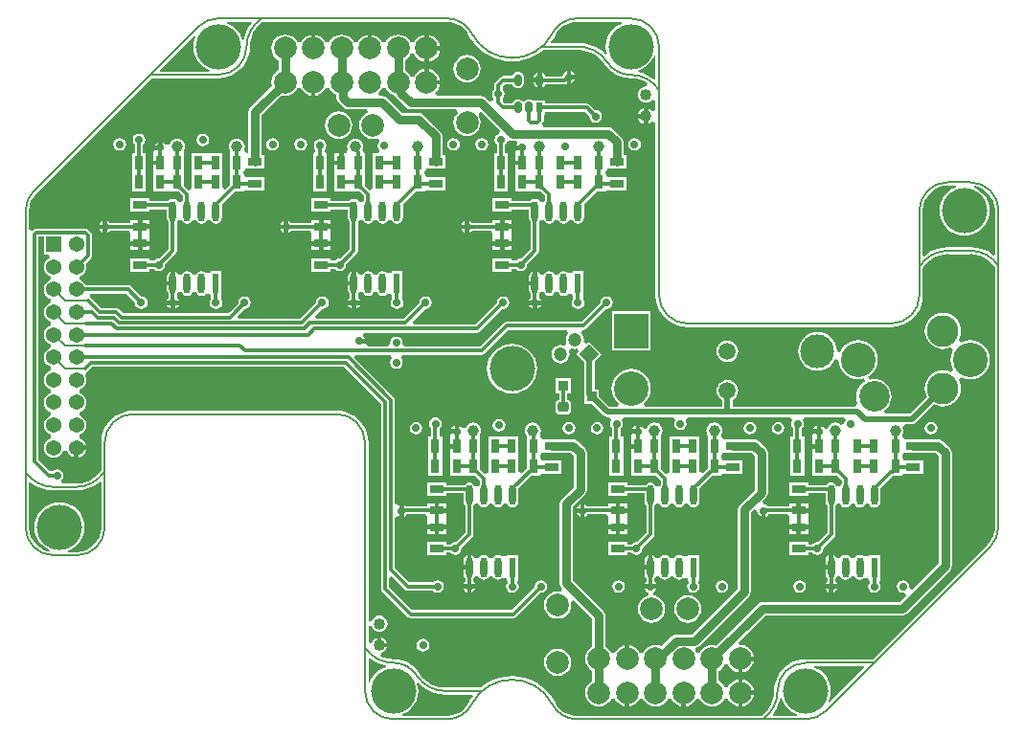
<source format=gbl>
G04*
G04 #@! TF.GenerationSoftware,Altium Limited,Altium Designer,20.1.10 (176)*
G04*
G04 Layer_Physical_Order=4*
G04 Layer_Color=16737819*
%FSAX42Y42*%
%MOMM*%
G71*
G04*
G04 #@! TF.SameCoordinates,63434018-A3C6-436E-83B0-3C2E02A57827*
G04*
G04*
G04 #@! TF.FilePolarity,Positive*
G04*
G01*
G75*
%ADD12C,0.20*%
%ADD36R,1.30X0.80*%
%ADD38R,0.80X1.30*%
%ADD41C,0.30*%
%ADD42C,0.50*%
%ADD43C,0.38*%
%ADD44C,3.05*%
%ADD45C,2.79*%
%ADD46R,3.05X3.05*%
%ADD47C,1.37*%
%ADD48R,1.37X1.37*%
%ADD49C,1.20*%
%ADD50P,1.70X4X270.0*%
%ADD51C,1.02*%
%ADD52C,1.00*%
%ADD53C,0.70*%
%ADD54C,1.50*%
%ADD55C,2.70*%
%ADD56C,3.00*%
%ADD57C,2.00*%
%ADD58C,4.00*%
%ADD73R,0.60X0.95*%
G04:AMPARAMS|DCode=74|XSize=0.6mm|YSize=0.95mm|CornerRadius=0.15mm|HoleSize=0mm|Usage=FLASHONLY|Rotation=0.000|XOffset=0mm|YOffset=0mm|HoleType=Round|Shape=RoundedRectangle|*
%AMROUNDEDRECTD74*
21,1,0.60,0.65,0,0,0.0*
21,1,0.30,0.95,0,0,0.0*
1,1,0.30,0.15,-0.33*
1,1,0.30,-0.15,-0.33*
1,1,0.30,-0.15,0.33*
1,1,0.30,0.15,0.33*
%
%ADD74ROUNDEDRECTD74*%
G04:AMPARAMS|DCode=75|XSize=0.9mm|YSize=0.95mm|CornerRadius=0.23mm|HoleSize=0mm|Usage=FLASHONLY|Rotation=90.000|XOffset=0mm|YOffset=0mm|HoleType=Round|Shape=RoundedRectangle|*
%AMROUNDEDRECTD75*
21,1,0.90,0.50,0,0,90.0*
21,1,0.45,0.95,0,0,90.0*
1,1,0.45,0.25,0.23*
1,1,0.45,0.25,-0.23*
1,1,0.45,-0.25,-0.23*
1,1,0.45,-0.25,0.23*
%
%ADD75ROUNDEDRECTD75*%
%ADD76R,0.95X0.90*%
%ADD77R,0.95X0.90*%
%ADD78O,0.64X1.78*%
%ADD79R,0.60X1.78*%
%ADD80C,0.75*%
G36*
X005370Y006302D02*
X005362Y006299D01*
X005324Y006279D01*
X005290Y006251D01*
X005263Y006218D01*
X005242Y006180D01*
X005230Y006138D01*
X005226Y006095D01*
X005230Y006052D01*
X005237Y006029D01*
X005226Y006022D01*
X005220Y006029D01*
X005180Y006063D01*
X005136Y006090D01*
X005088Y006110D01*
X005037Y006122D01*
X004986Y006126D01*
X004963Y006124D01*
X004961Y006125D01*
X004748D01*
X004742Y006137D01*
X004770Y006180D01*
X004773Y006185D01*
X004779Y006196D01*
X004779D01*
X004779Y006196D01*
X004791Y006217D01*
X004818Y006250D01*
X004851Y006278D01*
X004889Y006298D01*
X004930Y006311D01*
X004961Y006314D01*
X004973Y006314D01*
Y006314D01*
X004973Y006314D01*
X005368D01*
X005370Y006302D01*
D02*
G37*
G36*
X002094Y006303D02*
X002083Y006290D01*
X002056Y006245D01*
X002036Y006197D01*
X002025Y006154D01*
X002012Y006154D01*
X002004Y006180D01*
X001984Y006218D01*
X001957Y006251D01*
X001923Y006279D01*
X001885Y006299D01*
X001877Y006302D01*
X001879Y006314D01*
X002089D01*
X002094Y006303D01*
D02*
G37*
G36*
X001600Y006187D02*
X001596Y006180D01*
X001583Y006138D01*
X001579Y006095D01*
X001583Y006052D01*
X001596Y006010D01*
X001616Y005972D01*
X001644Y005939D01*
X001677Y005911D01*
X001716Y005891D01*
X001723Y005889D01*
X001721Y005876D01*
X001287D01*
X001282Y005888D01*
X001590Y006195D01*
X001600Y006187D01*
D02*
G37*
G36*
X003820Y006314D02*
Y006314D01*
X003849Y006312D01*
X003863Y006311D01*
X003904Y006298D01*
X003942Y006278D01*
X003975Y006250D01*
X004000Y006220D01*
X004014Y006196D01*
X004023Y006180D01*
X004029Y006172D01*
X004055Y006133D01*
X004092Y006090D01*
X004134Y006053D01*
X004181Y006022D01*
X004232Y005997D01*
X004285Y005979D01*
X004340Y005968D01*
X004397Y005964D01*
X004453Y005968D01*
X004508Y005979D01*
X004562Y005997D01*
X004612Y006022D01*
X004659Y006053D01*
X004671Y006063D01*
X004934D01*
X004964Y006063D01*
X004964Y006063D01*
X004993Y006064D01*
X005028Y006061D01*
X005069Y006051D01*
X005108Y006035D01*
X005144Y006013D01*
X005176Y005986D01*
X005194Y005965D01*
X005211Y005942D01*
X005219Y005930D01*
X005229Y005919D01*
X005248Y005896D01*
X005282Y005868D01*
X005319Y005845D01*
X005360Y005828D01*
X005403Y005818D01*
X005447Y005814D01*
Y005814D01*
X005476Y005812D01*
X005489Y005811D01*
X005530Y005801D01*
X005569Y005785D01*
X005594Y005770D01*
X005584Y005741D01*
X005580Y005741D01*
X005562Y005739D01*
X005544Y005732D01*
X005530Y005720D01*
X005518Y005706D01*
X005511Y005688D01*
X005509Y005670D01*
X005511Y005652D01*
X005518Y005634D01*
X005530Y005620D01*
X005544Y005608D01*
X005562Y005601D01*
X005580Y005599D01*
X005598Y005601D01*
X005616Y005608D01*
X005630Y005620D01*
X005636Y005627D01*
X005666Y005618D01*
Y005532D01*
X005636Y005523D01*
X005630Y005530D01*
X005616Y005541D01*
X005600Y005548D01*
Y005479D01*
Y005411D01*
X005616Y005418D01*
X005630Y005429D01*
X005636Y005436D01*
X005666Y005427D01*
Y003895D01*
X005666Y003895D01*
X005666D01*
X005669Y003851D01*
X005680Y003808D01*
X005696Y003767D01*
X005719Y003730D01*
X005748Y003696D01*
X005782Y003668D01*
X005819Y003645D01*
X005860Y003628D01*
X005903Y003618D01*
X005947Y003614D01*
Y003614D01*
X005947Y003614D01*
X007747D01*
X007747Y003614D01*
Y003614D01*
X007791Y003618D01*
X007833Y003628D01*
X007874Y003645D01*
X007912Y003668D01*
X007945Y003696D01*
X007974Y003730D01*
X007997Y003767D01*
X008014Y003808D01*
X008024Y003851D01*
X008028Y003895D01*
X008027D01*
X008027Y003895D01*
Y004138D01*
X008034Y004148D01*
X008061Y004181D01*
X008093Y004208D01*
X008129Y004230D01*
X008168Y004246D01*
X008209Y004256D01*
X008251Y004260D01*
X008252Y004259D01*
X008447D01*
X008447Y004260D01*
X008489Y004256D01*
X008530Y004246D01*
X008569Y004230D01*
X008605Y004208D01*
X008637Y004181D01*
X008665Y004148D01*
X008666Y004146D01*
Y001849D01*
X008666Y001849D01*
X008666D01*
X008664Y001820D01*
X008662Y001806D01*
X008650Y001764D01*
X008629Y001726D01*
X008621Y001716D01*
X008602Y001693D01*
X008581Y001672D01*
X007585Y000676D01*
X007573Y000675D01*
X007572Y000676D01*
X006993D01*
Y000676D01*
X006949Y000672D01*
X006906Y000662D01*
X006866Y000645D01*
X006828Y000622D01*
X006794Y000594D01*
X006766Y000560D01*
X006743Y000523D01*
X006726Y000482D01*
X006716Y000439D01*
X006712Y000395D01*
X006712D01*
X006710Y000366D01*
X006709Y000353D01*
X006699Y000312D01*
X006683Y000273D01*
X006661Y000237D01*
X006634Y000204D01*
X006602Y000177D01*
X006599Y000176D01*
X004973D01*
X004973Y000176D01*
Y000176D01*
X004944Y000178D01*
X004930Y000179D01*
X004889Y000192D01*
X004851Y000212D01*
X004818Y000240D01*
X004793Y000270D01*
X004779Y000294D01*
X004770Y000310D01*
X004765Y000318D01*
X004739Y000357D01*
X004701Y000400D01*
X004659Y000437D01*
X004612Y000468D01*
X004562Y000493D01*
X004508Y000511D01*
X004453Y000522D01*
X004397Y000526D01*
X004340Y000522D01*
X004285Y000511D01*
X004232Y000493D01*
X004181Y000468D01*
X004134Y000437D01*
X004121Y000426D01*
X003838D01*
X003808Y000426D01*
X003808Y000426D01*
X003808Y000426D01*
Y000426D01*
X003779Y000428D01*
X003765Y000429D01*
X003724Y000439D01*
X003685Y000455D01*
X003649Y000477D01*
X003617Y000504D01*
X003600Y000525D01*
X003582Y000548D01*
X003574Y000560D01*
X003564Y000571D01*
X003545Y000594D01*
X003512Y000622D01*
X003474Y000645D01*
X003433Y000662D01*
X003391Y000672D01*
X003347Y000676D01*
X003317Y000678D01*
X003304Y000679D01*
X003263Y000689D01*
X003236Y000700D01*
X003240Y000731D01*
X003243Y000731D01*
X003261Y000738D01*
X003275Y000750D01*
X003287Y000764D01*
X003293Y000780D01*
X003225D01*
Y000800D01*
X003205D01*
Y000868D01*
X003189Y000862D01*
X003175Y000850D01*
X003163Y000836D01*
X003156Y000818D01*
X003127Y000824D01*
Y000966D01*
X003156Y000972D01*
X003163Y000955D01*
X003175Y000940D01*
X003189Y000929D01*
X003207Y000922D01*
X003225Y000919D01*
X003243Y000922D01*
X003261Y000929D01*
X003275Y000940D01*
X003287Y000955D01*
X003294Y000972D01*
X003296Y000990D01*
X003294Y001009D01*
X003287Y001026D01*
X003275Y001041D01*
X003261Y001052D01*
X003243Y001059D01*
X003225Y001062D01*
X003207Y001059D01*
X003189Y001052D01*
X003175Y001041D01*
X003163Y001026D01*
X003156Y001009D01*
X003127Y001015D01*
Y002595D01*
X003127Y002595D01*
X003128D01*
X003124Y002639D01*
X003114Y002682D01*
X003097Y002723D01*
X003074Y002760D01*
X003045Y002794D01*
X003012Y002822D01*
X002974Y002845D01*
X002933Y002862D01*
X002891Y002872D01*
X002847Y002876D01*
Y002876D01*
X002847Y002876D01*
X001047D01*
X001047Y002876D01*
Y002876D01*
X001003Y002872D01*
X000960Y002862D01*
X000919Y002845D01*
X000882Y002822D01*
X000848Y002794D01*
X000819Y002760D01*
X000796Y002723D01*
X000780Y002682D01*
X000769Y002639D01*
X000766Y002595D01*
X000766D01*
X000766Y002595D01*
Y002352D01*
X000760Y002342D01*
X000732Y002309D01*
X000700Y002282D01*
X000664Y002260D01*
X000625Y002244D01*
X000584Y002234D01*
X000542Y002230D01*
X000542Y002231D01*
X000424D01*
X000415Y002260D01*
X000427Y002279D01*
X000431Y002300D01*
X000427Y002321D01*
X000415Y002340D01*
X000396Y002352D01*
X000375Y002356D01*
X000354Y002352D01*
X000335Y002340D01*
X000306Y002344D01*
X000211Y002440D01*
Y004415D01*
X000258D01*
Y004258D01*
X000306D01*
X000312Y004228D01*
X000302Y004224D01*
X000283Y004210D01*
X000269Y004191D01*
X000260Y004170D01*
X000257Y004147D01*
X000260Y004124D01*
X000269Y004102D01*
X000283Y004084D01*
X000302Y004069D01*
X000319Y004062D01*
X000321Y004047D01*
X000319Y004031D01*
X000302Y004024D01*
X000283Y004010D01*
X000269Y003991D01*
X000260Y003970D01*
X000257Y003947D01*
X000260Y003924D01*
X000269Y003902D01*
X000283Y003884D01*
X000302Y003869D01*
X000319Y003862D01*
X000321Y003847D01*
X000319Y003831D01*
X000302Y003824D01*
X000283Y003810D01*
X000269Y003791D01*
X000260Y003770D01*
X000257Y003747D01*
X000260Y003724D01*
X000269Y003702D01*
X000283Y003684D01*
X000302Y003669D01*
X000319Y003662D01*
X000321Y003647D01*
X000319Y003631D01*
X000302Y003624D01*
X000283Y003610D01*
X000269Y003591D01*
X000260Y003570D01*
X000257Y003547D01*
X000260Y003524D01*
X000269Y003502D01*
X000283Y003484D01*
X000302Y003469D01*
X000319Y003462D01*
X000321Y003447D01*
X000319Y003431D01*
X000302Y003424D01*
X000283Y003410D01*
X000269Y003391D01*
X000260Y003370D01*
X000257Y003347D01*
X000260Y003324D01*
X000269Y003302D01*
X000283Y003284D01*
X000302Y003269D01*
X000319Y003262D01*
X000321Y003247D01*
X000319Y003231D01*
X000302Y003224D01*
X000283Y003210D01*
X000269Y003191D01*
X000260Y003170D01*
X000257Y003147D01*
X000260Y003124D01*
X000269Y003102D01*
X000283Y003084D01*
X000302Y003069D01*
X000319Y003062D01*
X000321Y003047D01*
X000319Y003031D01*
X000302Y003024D01*
X000283Y003010D01*
X000269Y002991D01*
X000260Y002970D01*
X000257Y002947D01*
X000260Y002924D01*
X000269Y002902D01*
X000283Y002884D01*
X000302Y002869D01*
X000319Y002862D01*
X000321Y002847D01*
X000319Y002831D01*
X000302Y002824D01*
X000283Y002810D01*
X000269Y002791D01*
X000260Y002770D01*
X000257Y002747D01*
X000260Y002724D01*
X000269Y002702D01*
X000283Y002684D01*
X000302Y002669D01*
X000319Y002662D01*
X000321Y002647D01*
X000319Y002631D01*
X000302Y002624D01*
X000283Y002610D01*
X000269Y002591D01*
X000260Y002570D01*
X000257Y002547D01*
X000260Y002524D01*
X000269Y002502D01*
X000283Y002484D01*
X000302Y002469D01*
X000323Y002460D01*
X000347Y002457D01*
X000370Y002460D01*
X000391Y002469D01*
X000410Y002484D01*
X000424Y002502D01*
X000431Y002519D01*
X000447Y002522D01*
X000462Y002519D01*
X000469Y002502D01*
X000483Y002484D01*
X000502Y002469D01*
X000523Y002460D01*
X000527Y002460D01*
Y002547D01*
X000547D01*
Y002567D01*
X000633D01*
X000633Y002570D01*
X000624Y002591D01*
X000610Y002610D01*
X000591Y002624D01*
X000574Y002631D01*
X000572Y002647D01*
X000574Y002662D01*
X000591Y002669D01*
X000610Y002684D01*
X000624Y002702D01*
X000633Y002724D01*
X000636Y002747D01*
X000633Y002770D01*
X000624Y002791D01*
X000610Y002810D01*
X000591Y002824D01*
X000574Y002831D01*
X000572Y002847D01*
X000574Y002862D01*
X000591Y002869D01*
X000610Y002884D01*
X000624Y002902D01*
X000633Y002924D01*
X000636Y002947D01*
X000633Y002970D01*
X000624Y002991D01*
X000610Y003010D01*
X000591Y003024D01*
X000574Y003031D01*
X000572Y003047D01*
X000574Y003062D01*
X000591Y003069D01*
X000610Y003084D01*
X000624Y003102D01*
X000633Y003124D01*
X000636Y003147D01*
X000633Y003170D01*
X000627Y003183D01*
X000635Y003208D01*
X000641Y003218D01*
X000648Y003223D01*
X000687Y003261D01*
X002913D01*
X003239Y002935D01*
Y001300D01*
X003242Y001286D01*
X003250Y001275D01*
X003475Y001050D01*
X003486Y001042D01*
X003500Y001039D01*
X004408D01*
X004421Y001042D01*
X004433Y001050D01*
X004648Y001265D01*
X004653Y001264D01*
X004674Y001268D01*
X004692Y001280D01*
X004705Y001299D01*
X004709Y001320D01*
X004705Y001341D01*
X004692Y001360D01*
X004674Y001372D01*
X004653Y001376D01*
X004631Y001372D01*
X004613Y001360D01*
X004601Y001341D01*
X004597Y001320D01*
X004598Y001315D01*
X004393Y001111D01*
X003515D01*
X003311Y001315D01*
Y001395D01*
X003338Y001407D01*
X003450Y001295D01*
X003462Y001287D01*
X003476Y001284D01*
X003697D01*
X003699Y001280D01*
X003718Y001268D01*
X003739Y001264D01*
X003761Y001268D01*
X003779Y001280D01*
X003791Y001299D01*
X003795Y001320D01*
X003791Y001341D01*
X003779Y001360D01*
X003761Y001372D01*
X003739Y001376D01*
X003718Y001372D01*
X003699Y001360D01*
X003697Y001356D01*
X003490D01*
X003361Y001485D01*
Y001930D01*
X003391Y001943D01*
X003399Y001938D01*
X003400Y001938D01*
Y001990D01*
Y002042D01*
X003399Y002042D01*
X003391Y002037D01*
X003361Y002050D01*
Y002971D01*
X003358Y002984D01*
X003350Y002996D01*
X003005Y003342D01*
X003016Y003369D01*
X003326D01*
X003335Y003340D01*
X003323Y003321D01*
X003319Y003300D01*
X003323Y003279D01*
X003335Y003260D01*
X003354Y003248D01*
X003375Y003244D01*
X003396Y003248D01*
X003415Y003260D01*
X003427Y003279D01*
X003431Y003300D01*
X003427Y003321D01*
X003415Y003340D01*
X003424Y003369D01*
X004130D01*
X004144Y003372D01*
X004155Y003380D01*
X004365Y003589D01*
X004885D01*
X004895Y003559D01*
X004895Y003559D01*
X004882Y003542D01*
X004874Y003523D01*
X004871Y003502D01*
X004874Y003481D01*
X004878Y003471D01*
X004856Y003449D01*
X004846Y003453D01*
X004825Y003456D01*
X004804Y003453D01*
X004785Y003445D01*
X004768Y003432D01*
X004755Y003415D01*
X004747Y003396D01*
X004744Y003375D01*
X004747Y003354D01*
X004755Y003335D01*
X004768Y003318D01*
X004785Y003305D01*
X004804Y003297D01*
X004825Y003294D01*
X004846Y003297D01*
X004865Y003305D01*
X004882Y003318D01*
X004895Y003335D01*
X004903Y003354D01*
X004906Y003375D01*
X004903Y003396D01*
X004899Y003406D01*
X004921Y003428D01*
X004931Y003424D01*
X004952Y003421D01*
X004972Y003424D01*
X004973Y003423D01*
X004989Y003398D01*
X004966Y003375D01*
X005033Y003308D01*
Y003065D01*
X005033D01*
Y002935D01*
X005103D01*
X005206Y002832D01*
X005221Y002822D01*
X005238Y002818D01*
X005258D01*
X005273Y002788D01*
X005268Y002781D01*
X005264Y002760D01*
X005268Y002739D01*
X005280Y002720D01*
X005284Y002718D01*
Y002643D01*
X005259D01*
Y002473D01*
X005259D01*
Y002470D01*
X005259D01*
Y002300D01*
X005379D01*
Y002470D01*
X005379D01*
Y002473D01*
X005379D01*
Y002643D01*
X005355D01*
Y002717D01*
X005360Y002720D01*
X005372Y002739D01*
X005376Y002760D01*
X005372Y002781D01*
X005367Y002788D01*
X005382Y002818D01*
X005823D01*
X005837Y002788D01*
X005833Y002781D01*
X005829Y002760D01*
X005833Y002739D01*
X005845Y002720D01*
X005863Y002708D01*
X005885Y002704D01*
X005906Y002708D01*
X005924Y002720D01*
X005937Y002739D01*
X005941Y002760D01*
X005937Y002781D01*
X005932Y002788D01*
X005947Y002818D01*
X006858D01*
X006873Y002788D01*
X006868Y002781D01*
X006864Y002760D01*
X006868Y002739D01*
X006880Y002720D01*
X006884Y002718D01*
Y002643D01*
X006859D01*
Y002473D01*
X006859D01*
Y002470D01*
X006859D01*
Y002300D01*
X006979D01*
Y002470D01*
X006979D01*
Y002473D01*
X006979D01*
Y002643D01*
X006955D01*
Y002717D01*
X006960Y002720D01*
X006972Y002739D01*
X006976Y002760D01*
X006972Y002781D01*
X006967Y002788D01*
X006982Y002818D01*
X007328D01*
X007343Y002788D01*
X007338Y002781D01*
X007334Y002763D01*
X007321Y002755D01*
X007314Y002753D01*
X007305Y002751D01*
X007292Y002761D01*
X007275Y002768D01*
X007257Y002771D01*
X007238Y002768D01*
X007221Y002761D01*
X007207Y002750D01*
X007195Y002735D01*
X007189Y002719D01*
X007177Y002716D01*
X007158Y002716D01*
X007149Y002730D01*
X007130Y002742D01*
X007129Y002742D01*
Y002690D01*
X007109D01*
Y002670D01*
X007056D01*
X007049Y002643D01*
X007049D01*
Y002578D01*
X007109D01*
Y002538D01*
X007049D01*
Y002500D01*
X007049Y002473D01*
X007049Y002443D01*
Y002300D01*
X007169D01*
Y002300D01*
X007197D01*
Y002300D01*
X007272D01*
X007310Y002261D01*
Y002226D01*
X007309Y002224D01*
X007298Y002209D01*
X007290Y002207D01*
X007275D01*
X007267Y002209D01*
X007256Y002224D01*
X007239Y002236D01*
X007219Y002240D01*
X007199Y002236D01*
X007182Y002224D01*
X007177Y002218D01*
X007016D01*
Y002242D01*
X006846D01*
Y002122D01*
X007016D01*
Y002147D01*
X007166D01*
Y002073D01*
X007170Y002053D01*
X007182Y002036D01*
X007183Y002034D01*
Y001795D01*
X007099Y001711D01*
X007094Y001711D01*
X007073Y001707D01*
X007055Y001695D01*
X007052Y001691D01*
X007016D01*
Y001715D01*
X006846D01*
Y001595D01*
X007016D01*
Y001620D01*
X007052D01*
X007055Y001616D01*
X007073Y001604D01*
X007094Y001599D01*
X007116Y001604D01*
X007134Y001616D01*
X007146Y001634D01*
X007150Y001655D01*
X007150Y001660D01*
X007244Y001755D01*
X007252Y001766D01*
X007255Y001780D01*
Y002034D01*
X007256Y002036D01*
X007267Y002051D01*
X007275Y002053D01*
X007290D01*
X007298Y002051D01*
X007309Y002036D01*
X007326Y002024D01*
X007346Y002020D01*
X007366Y002024D01*
X007383Y002036D01*
X007394Y002051D01*
X007402Y002053D01*
X007417D01*
X007425Y002051D01*
X007436Y002036D01*
X007453Y002024D01*
X007473Y002020D01*
X007493Y002024D01*
X007510Y002036D01*
X007521Y002051D01*
X007529Y002053D01*
X007544D01*
X007552Y002051D01*
X007563Y002036D01*
X007580Y002024D01*
X007600Y002020D01*
X007620Y002024D01*
X007637Y002036D01*
X007649Y002053D01*
X007653Y002073D01*
Y002187D01*
X007652Y002192D01*
X007759Y002299D01*
X007759D01*
X007763Y002300D01*
X007844D01*
Y002300D01*
X007859Y002315D01*
X008029D01*
Y002435D01*
X007859D01*
X007854Y002444D01*
X007844Y002470D01*
X007844Y002473D01*
X007855Y002498D01*
X007859Y002505D01*
X007874Y002505D01*
X008029D01*
Y002506D01*
X008136D01*
X008166Y002476D01*
Y001524D01*
X007932Y001290D01*
X007906Y001306D01*
X007909Y001320D01*
X007905Y001341D01*
X007892Y001360D01*
X007874Y001372D01*
X007853Y001376D01*
X007831Y001372D01*
X007813Y001360D01*
X007801Y001341D01*
X007797Y001320D01*
X007801Y001299D01*
X007813Y001280D01*
X007831Y001268D01*
X007853Y001264D01*
X007866Y001267D01*
X007883Y001240D01*
X007826Y001184D01*
X006610D01*
X006588Y001179D01*
X006569Y001166D01*
X006198Y000796D01*
X006196Y000797D01*
X006165Y000801D01*
X006134Y000797D01*
X006104Y000785D01*
X006079Y000766D01*
X006060Y000741D01*
X006058Y000734D01*
X006029Y000734D01*
X006016Y000755D01*
X006028Y000782D01*
X006035Y000783D01*
X006054Y000796D01*
X006491Y001234D01*
X006504Y001253D01*
X006509Y001275D01*
Y001976D01*
X006536Y002003D01*
X006559Y001992D01*
X006564Y001989D01*
X006568Y001969D01*
X006580Y001950D01*
X006599Y001938D01*
X006600Y001938D01*
Y001990D01*
X006640D01*
Y001938D01*
X006641Y001938D01*
X006660Y001950D01*
X006664Y001957D01*
X006832D01*
X006846Y001933D01*
Y001905D01*
X006846D01*
Y001865D01*
X006931D01*
X007016D01*
Y001905D01*
X007016D01*
Y001933D01*
X007016D01*
Y001972D01*
X006931D01*
Y001992D01*
X006911D01*
Y002052D01*
X006846D01*
Y002028D01*
X006661D01*
X006660Y002030D01*
X006641Y002042D01*
X006621Y002046D01*
X006618Y002051D01*
X006607Y002074D01*
X006641Y002109D01*
X006654Y002128D01*
X006659Y002150D01*
Y002500D01*
X006654Y002522D01*
X006641Y002541D01*
X006576Y002606D01*
X006557Y002619D01*
X006535Y002624D01*
X006429D01*
Y002625D01*
X006267Y002625D01*
X006244Y002643D01*
X006248Y002671D01*
X006252Y002682D01*
X006255Y002700D01*
X006252Y002718D01*
X006245Y002735D01*
X006234Y002750D01*
X006220Y002761D01*
X006203Y002768D01*
X006184Y002771D01*
X006166Y002768D01*
X006149Y002761D01*
X006134Y002750D01*
X006123Y002735D01*
X006116Y002718D01*
X006114Y002700D01*
X006116Y002682D01*
X006121Y002671D01*
X006124Y002643D01*
X006124Y002643D01*
X006124Y002643D01*
Y002473D01*
X006124D01*
X006124Y002470D01*
X006124D01*
X006124Y002443D01*
Y002362D01*
X006084Y002322D01*
X006054Y002334D01*
Y002443D01*
X006054Y002473D01*
X006054Y002500D01*
Y002643D01*
X005934D01*
Y002643D01*
X005907D01*
Y002643D01*
X005787D01*
Y002500D01*
X005787Y002473D01*
X005787Y002443D01*
Y002328D01*
X005757Y002316D01*
X005717Y002356D01*
Y002470D01*
X005717D01*
Y002473D01*
X005717D01*
Y002643D01*
X005717Y002643D01*
X005720Y002671D01*
X005725Y002682D01*
X005727Y002700D01*
X005725Y002718D01*
X005718Y002735D01*
X005707Y002750D01*
X005692Y002761D01*
X005675Y002768D01*
X005657Y002771D01*
X005638Y002768D01*
X005621Y002761D01*
X005607Y002750D01*
X005595Y002735D01*
X005589Y002719D01*
X005577Y002716D01*
X005558Y002716D01*
X005549Y002730D01*
X005530Y002742D01*
X005529Y002742D01*
Y002690D01*
X005509D01*
Y002670D01*
X005456D01*
X005449Y002643D01*
X005449D01*
Y002578D01*
X005509D01*
Y002538D01*
X005449D01*
Y002500D01*
X005449Y002473D01*
X005449Y002443D01*
Y002300D01*
X005569D01*
Y002300D01*
X005597D01*
Y002300D01*
X005672D01*
X005710Y002261D01*
Y002226D01*
X005709Y002224D01*
X005698Y002209D01*
X005690Y002207D01*
X005675D01*
X005667Y002209D01*
X005656Y002224D01*
X005639Y002236D01*
X005619Y002240D01*
X005599Y002236D01*
X005582Y002224D01*
X005577Y002218D01*
X005416D01*
Y002242D01*
X005246D01*
Y002122D01*
X005416D01*
Y002147D01*
X005566D01*
Y002073D01*
X005570Y002053D01*
X005582Y002036D01*
X005583Y002034D01*
Y001795D01*
X005499Y001711D01*
X005494Y001711D01*
X005473Y001707D01*
X005455Y001695D01*
X005452Y001691D01*
X005416D01*
Y001715D01*
X005246D01*
Y001595D01*
X005416D01*
Y001620D01*
X005452D01*
X005455Y001616D01*
X005473Y001604D01*
X005494Y001599D01*
X005516Y001604D01*
X005534Y001616D01*
X005546Y001634D01*
X005550Y001655D01*
X005550Y001660D01*
X005644Y001755D01*
X005652Y001766D01*
X005655Y001780D01*
Y002034D01*
X005656Y002036D01*
X005667Y002051D01*
X005675Y002053D01*
X005690D01*
X005698Y002051D01*
X005709Y002036D01*
X005726Y002024D01*
X005746Y002020D01*
X005766Y002024D01*
X005783Y002036D01*
X005794Y002051D01*
X005802Y002053D01*
X005817D01*
X005825Y002051D01*
X005836Y002036D01*
X005853Y002024D01*
X005873Y002020D01*
X005893Y002024D01*
X005910Y002036D01*
X005921Y002051D01*
X005929Y002053D01*
X005944D01*
X005952Y002051D01*
X005963Y002036D01*
X005980Y002024D01*
X006000Y002020D01*
X006020Y002024D01*
X006037Y002036D01*
X006049Y002053D01*
X006053Y002073D01*
Y002187D01*
X006052Y002189D01*
X006163Y002300D01*
X006244D01*
Y002300D01*
X006259Y002315D01*
X006429D01*
Y002435D01*
X006259D01*
X006254Y002444D01*
X006244Y002470D01*
X006244Y002473D01*
X006255Y002498D01*
X006259Y002505D01*
X006274Y002505D01*
X006429D01*
Y002506D01*
X006511D01*
X006541Y002476D01*
Y002174D01*
X006409Y002041D01*
X006396Y002022D01*
X006391Y002000D01*
Y001299D01*
X005988Y000896D01*
X005850D01*
X005827Y000892D01*
X005808Y000879D01*
X005717Y000788D01*
X005696Y000797D01*
X005665Y000801D01*
X005634Y000797D01*
X005604Y000785D01*
X005579Y000766D01*
X005560Y000741D01*
X005556Y000731D01*
X005524D01*
X005520Y000741D01*
X005501Y000766D01*
X005476Y000785D01*
X005446Y000797D01*
X005435Y000798D01*
Y000680D01*
X005395D01*
Y000798D01*
X005384Y000797D01*
X005354Y000785D01*
X005329Y000766D01*
X005310Y000741D01*
X005306Y000731D01*
X005274D01*
X005270Y000741D01*
X005251Y000766D01*
X005226Y000785D01*
X005224Y000786D01*
Y001060D01*
X005219Y001082D01*
X005206Y001101D01*
X004934Y001374D01*
Y002026D01*
X005041Y002134D01*
X005054Y002153D01*
X005059Y002175D01*
Y002500D01*
X005054Y002522D01*
X005041Y002541D01*
X004976Y002606D01*
X004957Y002619D01*
X004935Y002624D01*
X004829D01*
Y002625D01*
X004667Y002625D01*
X004644Y002643D01*
X004645Y002672D01*
X004649Y002682D01*
X004651Y002700D01*
X004649Y002718D01*
X004642Y002735D01*
X004631Y002750D01*
X004616Y002761D01*
X004599Y002768D01*
X004581Y002771D01*
X004563Y002768D01*
X004545Y002761D01*
X004531Y002750D01*
X004520Y002735D01*
X004513Y002718D01*
X004510Y002700D01*
X004513Y002682D01*
X004518Y002670D01*
X004524Y002643D01*
X004524Y002643D01*
X004524D01*
X004524Y002643D01*
Y002473D01*
X004524D01*
X004524Y002470D01*
X004524D01*
X004524Y002443D01*
Y002362D01*
X004484Y002322D01*
X004454Y002334D01*
Y002443D01*
X004454Y002473D01*
X004454Y002500D01*
Y002643D01*
X004334D01*
Y002643D01*
X004307D01*
Y002643D01*
X004187D01*
Y002500D01*
X004187Y002473D01*
X004187Y002443D01*
Y002328D01*
X004157Y002316D01*
X004117Y002356D01*
Y002470D01*
X004117D01*
Y002473D01*
X004117D01*
Y002643D01*
X004117Y002643D01*
X004117Y002672D01*
X004121Y002682D01*
X004124Y002700D01*
X004121Y002718D01*
X004114Y002735D01*
X004103Y002750D01*
X004088Y002761D01*
X004071Y002768D01*
X004053Y002771D01*
X004035Y002768D01*
X004018Y002761D01*
X004003Y002750D01*
X003992Y002735D01*
X003987Y002723D01*
X003969Y002719D01*
X003955Y002720D01*
X003949Y002730D01*
X003930Y002742D01*
X003929Y002742D01*
Y002690D01*
X003909D01*
Y002670D01*
X003856D01*
X003849Y002643D01*
X003849D01*
Y002578D01*
X003909D01*
Y002538D01*
X003849D01*
Y002500D01*
X003849Y002473D01*
X003849Y002443D01*
Y002300D01*
X003969D01*
Y002300D01*
X003997D01*
Y002300D01*
X004072D01*
X004110Y002261D01*
Y002226D01*
X004109Y002224D01*
X004098Y002209D01*
X004090Y002207D01*
X004075D01*
X004067Y002209D01*
X004056Y002224D01*
X004039Y002236D01*
X004019Y002240D01*
X003999Y002236D01*
X003982Y002224D01*
X003977Y002218D01*
X003816D01*
Y002242D01*
X003646D01*
Y002123D01*
X003816D01*
Y002147D01*
X003966D01*
Y002073D01*
X003970Y002053D01*
X003982Y002036D01*
X003983Y002034D01*
Y001795D01*
X003899Y001711D01*
X003894Y001711D01*
X003873Y001707D01*
X003855Y001695D01*
X003852Y001691D01*
X003816D01*
Y001715D01*
X003646D01*
Y001595D01*
X003816D01*
Y001620D01*
X003852D01*
X003855Y001616D01*
X003873Y001604D01*
X003894Y001599D01*
X003916Y001604D01*
X003934Y001616D01*
X003946Y001634D01*
X003950Y001655D01*
X003950Y001660D01*
X004044Y001755D01*
X004052Y001766D01*
X004055Y001780D01*
Y002034D01*
X004056Y002036D01*
X004067Y002051D01*
X004075Y002053D01*
X004090D01*
X004098Y002051D01*
X004109Y002036D01*
X004126Y002024D01*
X004146Y002020D01*
X004166Y002024D01*
X004183Y002036D01*
X004194Y002051D01*
X004202Y002053D01*
X004217D01*
X004225Y002051D01*
X004236Y002036D01*
X004253Y002024D01*
X004273Y002020D01*
X004293Y002024D01*
X004310Y002036D01*
X004321Y002051D01*
X004329Y002053D01*
X004344D01*
X004352Y002051D01*
X004363Y002036D01*
X004380Y002024D01*
X004400Y002020D01*
X004420Y002024D01*
X004437Y002036D01*
X004449Y002053D01*
X004453Y002073D01*
Y002187D01*
X004452Y002189D01*
X004563Y002300D01*
X004644D01*
Y002300D01*
X004659Y002315D01*
X004829D01*
Y002435D01*
X004659D01*
X004654Y002444D01*
X004644Y002470D01*
X004644Y002473D01*
X004655Y002498D01*
X004659Y002505D01*
X004674Y002505D01*
X004829D01*
Y002506D01*
X004911D01*
X004941Y002476D01*
Y002199D01*
X004834Y002091D01*
X004821Y002072D01*
X004816Y002050D01*
Y001350D01*
X004821Y001328D01*
X004834Y001309D01*
X004842Y001300D01*
X004835Y001281D01*
X004827Y001272D01*
X004800Y001276D01*
X004769Y001272D01*
X004739Y001260D01*
X004714Y001241D01*
X004695Y001216D01*
X004683Y001186D01*
X004679Y001155D01*
X004683Y001124D01*
X004695Y001094D01*
X004714Y001069D01*
X004739Y001050D01*
X004769Y001038D01*
X004800Y001034D01*
X004831Y001038D01*
X004861Y001050D01*
X004886Y001069D01*
X004905Y001094D01*
X004917Y001124D01*
X004921Y001155D01*
X004917Y001182D01*
X004926Y001190D01*
X004945Y001197D01*
X005106Y001036D01*
Y000786D01*
X005104Y000785D01*
X005079Y000766D01*
X005060Y000741D01*
X005048Y000711D01*
X005044Y000680D01*
X005048Y000649D01*
X005060Y000619D01*
X005079Y000594D01*
X005104Y000575D01*
X005106Y000574D01*
Y000486D01*
X005104Y000485D01*
X005079Y000466D01*
X005060Y000441D01*
X005048Y000411D01*
X005044Y000380D01*
X005048Y000349D01*
X005060Y000319D01*
X005079Y000294D01*
X005104Y000275D01*
X005134Y000263D01*
X005165Y000259D01*
X005196Y000263D01*
X005226Y000275D01*
X005251Y000294D01*
X005270Y000319D01*
X005274Y000329D01*
X005306D01*
X005310Y000319D01*
X005329Y000294D01*
X005354Y000275D01*
X005384Y000263D01*
X005395Y000262D01*
Y000380D01*
X005435D01*
Y000262D01*
X005446Y000263D01*
X005476Y000275D01*
X005501Y000294D01*
X005520Y000319D01*
X005524Y000329D01*
X005556D01*
X005560Y000319D01*
X005579Y000294D01*
X005604Y000275D01*
X005634Y000263D01*
X005665Y000259D01*
X005696Y000263D01*
X005726Y000275D01*
X005751Y000294D01*
X005770Y000319D01*
X005774Y000329D01*
X005806D01*
X005810Y000319D01*
X005829Y000294D01*
X005854Y000275D01*
X005884Y000263D01*
X005895Y000262D01*
Y000380D01*
X005935D01*
Y000262D01*
X005946Y000263D01*
X005976Y000275D01*
X006001Y000294D01*
X006020Y000319D01*
X006024Y000329D01*
X006056D01*
X006060Y000319D01*
X006079Y000294D01*
X006104Y000275D01*
X006134Y000263D01*
X006165Y000259D01*
X006196Y000263D01*
X006226Y000275D01*
X006251Y000294D01*
X006270Y000319D01*
X006274Y000329D01*
X006306D01*
X006310Y000319D01*
X006329Y000294D01*
X006354Y000275D01*
X006384Y000263D01*
X006395Y000262D01*
Y000380D01*
Y000498D01*
X006384Y000497D01*
X006354Y000485D01*
X006329Y000466D01*
X006310Y000441D01*
X006306Y000431D01*
X006274D01*
X006270Y000441D01*
X006251Y000466D01*
X006226Y000485D01*
X006224Y000486D01*
Y000574D01*
X006226Y000575D01*
X006251Y000594D01*
X006270Y000619D01*
X006274Y000629D01*
X006306D01*
X006310Y000619D01*
X006329Y000594D01*
X006354Y000575D01*
X006384Y000563D01*
X006395Y000562D01*
Y000680D01*
X006415D01*
Y000700D01*
X006533D01*
X006532Y000711D01*
X006520Y000741D01*
X006501Y000766D01*
X006476Y000785D01*
X006446Y000797D01*
X006415Y000801D01*
X006411Y000800D01*
X006397Y000829D01*
X006634Y001066D01*
X007850D01*
X007872Y001071D01*
X007891Y001084D01*
X008266Y001459D01*
X008279Y001478D01*
X008284Y001500D01*
Y002500D01*
X008279Y002522D01*
X008266Y002541D01*
X008201Y002606D01*
X008182Y002619D01*
X008160Y002624D01*
X008029D01*
Y002625D01*
X007867Y002625D01*
X007844Y002643D01*
X007848Y002671D01*
X007852Y002682D01*
X007855Y002700D01*
X007852Y002718D01*
X007850Y002724D01*
X007864Y002750D01*
X007869Y002754D01*
X007934D01*
X007951Y002758D01*
X007966Y002768D01*
X008130Y002931D01*
X008144Y002924D01*
X008175Y002915D01*
X008206Y002912D01*
X008237Y002915D01*
X008267Y002924D01*
X008295Y002939D01*
X008319Y002959D01*
X008339Y002983D01*
X008354Y003011D01*
X008363Y003041D01*
X008366Y003072D01*
X008363Y003103D01*
X008354Y003133D01*
X008345Y003151D01*
X008367Y003174D01*
X008381Y003166D01*
X008413Y003156D01*
X008447Y003153D01*
X008481Y003156D01*
X008513Y003166D01*
X008543Y003182D01*
X008570Y003204D01*
X008591Y003230D01*
X008607Y003260D01*
X008617Y003292D01*
X008620Y003326D01*
X008617Y003360D01*
X008607Y003392D01*
X008591Y003422D01*
X008570Y003448D01*
X008543Y003470D01*
X008513Y003486D01*
X008481Y003496D01*
X008447Y003499D01*
X008413Y003496D01*
X008381Y003486D01*
X008367Y003478D01*
X008345Y003501D01*
X008354Y003519D01*
X008363Y003549D01*
X008366Y003580D01*
X008363Y003611D01*
X008354Y003641D01*
X008339Y003669D01*
X008319Y003693D01*
X008295Y003713D01*
X008267Y003728D01*
X008237Y003737D01*
X008206Y003740D01*
X008175Y003737D01*
X008144Y003728D01*
X008117Y003713D01*
X008092Y003693D01*
X008072Y003669D01*
X008058Y003641D01*
X008049Y003611D01*
X008045Y003580D01*
X008049Y003549D01*
X008058Y003519D01*
X008072Y003491D01*
X008092Y003467D01*
X008117Y003447D01*
X008144Y003432D01*
X008175Y003423D01*
X008206Y003420D01*
X008237Y003423D01*
X008267Y003432D01*
X008278Y003437D01*
X008299Y003415D01*
X008287Y003392D01*
X008277Y003360D01*
X008274Y003326D01*
X008277Y003292D01*
X008287Y003260D01*
X008299Y003237D01*
X008278Y003215D01*
X008267Y003220D01*
X008237Y003229D01*
X008206Y003232D01*
X008175Y003229D01*
X008144Y003220D01*
X008117Y003205D01*
X008092Y003185D01*
X008072Y003161D01*
X008058Y003133D01*
X008049Y003103D01*
X008045Y003072D01*
X008049Y003041D01*
X008058Y003011D01*
X008065Y002996D01*
X007915Y002846D01*
X007699D01*
X007697Y002849D01*
X007690Y002876D01*
X007707Y002890D01*
X007726Y002913D01*
X007740Y002940D01*
X007749Y002970D01*
X007752Y003000D01*
X007749Y003030D01*
X007740Y003060D01*
X007726Y003087D01*
X007707Y003110D01*
X007683Y003130D01*
X007656Y003144D01*
X007627Y003153D01*
X007597Y003156D01*
X007566Y003153D01*
X007556Y003150D01*
X007545Y003178D01*
X007553Y003182D01*
X007579Y003204D01*
X007601Y003230D01*
X007617Y003260D01*
X007627Y003292D01*
X007630Y003326D01*
X007627Y003360D01*
X007617Y003392D01*
X007601Y003422D01*
X007579Y003448D01*
X007553Y003470D01*
X007523Y003486D01*
X007490Y003496D01*
X007457Y003499D01*
X007423Y003496D01*
X007390Y003486D01*
X007360Y003470D01*
X007334Y003448D01*
X007313Y003422D01*
X007297Y003392D01*
X007267Y003399D01*
X007267Y003400D01*
X007264Y003433D01*
X007254Y003465D01*
X007239Y003495D01*
X007217Y003521D01*
X007192Y003542D01*
X007162Y003558D01*
X007130Y003568D01*
X007097Y003571D01*
X007063Y003568D01*
X007031Y003558D01*
X007002Y003542D01*
X006976Y003521D01*
X006955Y003495D01*
X006939Y003465D01*
X006929Y003433D01*
X006926Y003400D01*
X006929Y003367D01*
X006939Y003335D01*
X006955Y003305D01*
X006976Y003279D01*
X007002Y003258D01*
X007031Y003242D01*
X007063Y003232D01*
X007097Y003229D01*
X007130Y003232D01*
X007162Y003242D01*
X007192Y003258D01*
X007217Y003279D01*
X007239Y003305D01*
X007254Y003335D01*
X007283Y003327D01*
X007283Y003326D01*
X007287Y003292D01*
X007297Y003260D01*
X007313Y003230D01*
X007334Y003204D01*
X007360Y003182D01*
X007390Y003166D01*
X007423Y003156D01*
X007457Y003153D01*
X007490Y003156D01*
X007504Y003160D01*
X007515Y003132D01*
X007510Y003130D01*
X007486Y003110D01*
X007467Y003087D01*
X007453Y003060D01*
X007444Y003030D01*
X007441Y003000D01*
X007444Y002970D01*
X007453Y002940D01*
X007453Y002939D01*
X007435Y002910D01*
X006346D01*
Y002966D01*
X006348Y002967D01*
X006368Y002982D01*
X006383Y003002D01*
X006393Y003025D01*
X006396Y003050D01*
X006393Y003075D01*
X006383Y003098D01*
X006368Y003118D01*
X006348Y003133D01*
X006325Y003143D01*
X006300Y003146D01*
X006275Y003143D01*
X006252Y003133D01*
X006232Y003118D01*
X006217Y003098D01*
X006207Y003075D01*
X006204Y003050D01*
X006207Y003025D01*
X006217Y003002D01*
X006232Y002982D01*
X006252Y002967D01*
X006254Y002966D01*
Y002910D01*
X005572D01*
X005561Y002940D01*
X005572Y002950D01*
X005594Y002976D01*
X005610Y003006D01*
X005620Y003038D01*
X005623Y003072D01*
X005620Y003106D01*
X005610Y003138D01*
X005594Y003168D01*
X005572Y003194D01*
X005546Y003216D01*
X005516Y003232D01*
X005484Y003242D01*
X005450Y003245D01*
X005416Y003242D01*
X005384Y003232D01*
X005354Y003216D01*
X005328Y003194D01*
X005306Y003168D01*
X005290Y003138D01*
X005280Y003106D01*
X005277Y003072D01*
X005280Y003038D01*
X005290Y003006D01*
X005306Y002976D01*
X005328Y002950D01*
X005339Y002940D01*
X005328Y002910D01*
X005257D01*
X005167Y003000D01*
Y003065D01*
X005125D01*
Y003308D01*
X005192Y003375D01*
X005079Y003488D01*
X005056Y003465D01*
X005031Y003481D01*
X005030Y003482D01*
X005033Y003502D01*
X005030Y003523D01*
X005022Y003542D01*
X005009Y003559D01*
X005009Y003559D01*
X005019Y003589D01*
X005028D01*
X005041Y003592D01*
X005053Y003600D01*
X005228Y003775D01*
X005233Y003774D01*
X005254Y003778D01*
X005272Y003790D01*
X005285Y003809D01*
X005289Y003830D01*
X005285Y003851D01*
X005272Y003870D01*
X005254Y003882D01*
X005233Y003886D01*
X005211Y003882D01*
X005193Y003870D01*
X005181Y003851D01*
X005177Y003830D01*
X005178Y003825D01*
X005013Y003661D01*
X004350D01*
X004336Y003658D01*
X004325Y003650D01*
X004115Y003441D01*
X003452D01*
X003430Y003471D01*
X003431Y003475D01*
X003427Y003496D01*
X003415Y003515D01*
X003396Y003527D01*
X003375Y003531D01*
X003354Y003527D01*
X003335Y003515D01*
X003323Y003496D01*
X003319Y003475D01*
X003320Y003471D01*
X003298Y003441D01*
X003119D01*
X003102Y003468D01*
X003102Y003470D01*
X003050D01*
Y003510D01*
X003102D01*
X003102Y003511D01*
X003090Y003530D01*
X003083Y003534D01*
X003092Y003564D01*
X004089D01*
X004103Y003567D01*
X004114Y003575D01*
X004314Y003775D01*
X004319Y003774D01*
X004341Y003778D01*
X004359Y003790D01*
X004371Y003809D01*
X004375Y003830D01*
X004371Y003851D01*
X004359Y003870D01*
X004341Y003882D01*
X004319Y003886D01*
X004298Y003882D01*
X004279Y003870D01*
X004267Y003851D01*
X004263Y003830D01*
X004264Y003825D01*
X004074Y003636D01*
X003528D01*
X003517Y003663D01*
X003628Y003775D01*
X003633Y003774D01*
X003654Y003778D01*
X003672Y003790D01*
X003685Y003809D01*
X003689Y003830D01*
X003685Y003851D01*
X003672Y003870D01*
X003654Y003882D01*
X003633Y003886D01*
X003611Y003882D01*
X003593Y003870D01*
X003581Y003851D01*
X003577Y003830D01*
X003578Y003825D01*
X003438Y003686D01*
X002664D01*
X002653Y003713D01*
X002714Y003775D01*
X002719Y003774D01*
X002741Y003778D01*
X002759Y003790D01*
X002771Y003809D01*
X002775Y003830D01*
X002771Y003851D01*
X002759Y003870D01*
X002741Y003882D01*
X002719Y003886D01*
X002698Y003882D01*
X002679Y003870D01*
X002667Y003851D01*
X002663Y003830D01*
X002664Y003825D01*
X002524Y003686D01*
X001981D01*
X001969Y003716D01*
X002028Y003775D01*
X002033Y003774D01*
X002054Y003778D01*
X002072Y003790D01*
X002085Y003809D01*
X002089Y003830D01*
X002085Y003851D01*
X002072Y003870D01*
X002054Y003882D01*
X002033Y003886D01*
X002011Y003882D01*
X001993Y003870D01*
X001981Y003851D01*
X001977Y003830D01*
X001978Y003825D01*
X001900Y003748D01*
X001900Y003748D01*
X001888Y003736D01*
X000960D01*
X000923Y003773D01*
X000911Y003781D01*
X000897Y003784D01*
X000767D01*
X000677Y003873D01*
X000665Y003881D01*
X000669Y003911D01*
X000988D01*
X001064Y003835D01*
X001063Y003830D01*
X001067Y003809D01*
X001079Y003790D01*
X001098Y003778D01*
X001119Y003774D01*
X001141Y003778D01*
X001159Y003790D01*
X001171Y003809D01*
X001175Y003830D01*
X001171Y003851D01*
X001159Y003870D01*
X001141Y003882D01*
X001119Y003886D01*
X001114Y003885D01*
X001028Y003972D01*
X001016Y003980D01*
X001002Y003982D01*
X000628D01*
X000624Y003991D01*
X000610Y004010D01*
X000591Y004024D01*
X000574Y004031D01*
X000572Y004047D01*
X000574Y004062D01*
X000591Y004069D01*
X000610Y004084D01*
X000624Y004102D01*
X000633Y004124D01*
X000636Y004147D01*
X000633Y004170D01*
X000629Y004179D01*
X000675Y004225D01*
X000683Y004237D01*
X000686Y004250D01*
Y004425D01*
X000683Y004438D01*
X000675Y004450D01*
X000650Y004476D01*
X000638Y004483D01*
X000625Y004486D01*
X000193D01*
X000179Y004483D01*
X000167Y004476D01*
X000157Y004466D01*
X000128Y004476D01*
X000127Y004476D01*
Y004611D01*
X000127Y004641D01*
X000130Y004670D01*
X000131Y004684D01*
X000144Y004726D01*
X000164Y004764D01*
X000173Y004774D01*
X000191Y004797D01*
X000192Y004797D01*
X000213Y004818D01*
X001210Y005815D01*
X001800D01*
X001801Y005814D01*
Y005814D01*
X001844Y005818D01*
X001887Y005828D01*
X001928Y005845D01*
X001966Y005868D01*
X001999Y005896D01*
X002028Y005930D01*
X002051Y005968D01*
X002068Y006008D01*
X002078Y006051D01*
X002081Y006095D01*
X002081D01*
X002083Y006124D01*
X002084Y006137D01*
X002094Y006178D01*
X002110Y006217D01*
X002132Y006253D01*
X002160Y006286D01*
X002192Y006313D01*
X002194Y006314D01*
X003820D01*
X003820Y006314D01*
D02*
G37*
G36*
X005666Y006017D02*
Y005807D01*
X005655Y005801D01*
X005641Y005813D01*
X005597Y005840D01*
X005549Y005860D01*
X005507Y005870D01*
X005506Y005883D01*
X005531Y005891D01*
X005569Y005911D01*
X005603Y005939D01*
X005630Y005972D01*
X005651Y006010D01*
X005653Y006019D01*
X005666Y006017D01*
D02*
G37*
G36*
X008320Y004852D02*
X008312Y004849D01*
X008274Y004829D01*
X008240Y004801D01*
X008213Y004768D01*
X008192Y004730D01*
X008180Y004688D01*
X008176Y004645D01*
X008180Y004602D01*
X008192Y004560D01*
X008213Y004522D01*
X008240Y004489D01*
X008274Y004461D01*
X008312Y004441D01*
X008354Y004428D01*
X008397Y004424D01*
X008440Y004428D01*
X008481Y004441D01*
X008519Y004461D01*
X008553Y004489D01*
X008580Y004522D01*
X008601Y004560D01*
X008613Y004602D01*
X008618Y004645D01*
X008613Y004688D01*
X008601Y004730D01*
X008580Y004768D01*
X008553Y004801D01*
X008519Y004829D01*
X008481Y004849D01*
X008485Y004861D01*
X008490Y004861D01*
X008531Y004848D01*
X008569Y004828D01*
X008602Y004800D01*
X008629Y004767D01*
X008650Y004729D01*
X008662Y004688D01*
X008665Y004657D01*
X008666Y004645D01*
X008666D01*
X008666Y004645D01*
Y004252D01*
X008655Y004246D01*
X008641Y004258D01*
X008597Y004285D01*
X008549Y004305D01*
X008498Y004317D01*
X008447Y004321D01*
Y004321D01*
X008447Y004321D01*
X008252D01*
X008252Y004321D01*
Y004321D01*
X008200Y004317D01*
X008149Y004305D01*
X008101Y004285D01*
X008057Y004258D01*
X008039Y004242D01*
X008027Y004247D01*
Y004645D01*
X008027Y004645D01*
X008027D01*
X008028Y004657D01*
X008031Y004688D01*
X008044Y004729D01*
X008064Y004767D01*
X008091Y004800D01*
X008125Y004828D01*
X008163Y004848D01*
X008204Y004861D01*
X008234Y004864D01*
X008247Y004864D01*
Y004864D01*
X008247Y004864D01*
X008318D01*
X008320Y004852D01*
D02*
G37*
G36*
X000766Y002243D02*
Y001845D01*
X000766Y001845D01*
X000766D01*
X000765Y001833D01*
X000762Y001802D01*
X000750Y001761D01*
X000729Y001723D01*
X000702Y001690D01*
X000669Y001662D01*
X000631Y001642D01*
X000590Y001629D01*
X000559Y001626D01*
X000547Y001626D01*
Y001626D01*
X000547Y001626D01*
X000475D01*
X000473Y001638D01*
X000481Y001641D01*
X000519Y001661D01*
X000553Y001689D01*
X000580Y001722D01*
X000601Y001760D01*
X000613Y001802D01*
X000618Y001845D01*
X000613Y001888D01*
X000601Y001930D01*
X000580Y001968D01*
X000553Y002001D01*
X000519Y002029D01*
X000481Y002049D01*
X000440Y002062D01*
X000397Y002066D01*
X000354Y002062D01*
X000312Y002049D01*
X000274Y002029D01*
X000240Y002001D01*
X000213Y001968D01*
X000192Y001930D01*
X000180Y001888D01*
X000176Y001845D01*
X000180Y001802D01*
X000192Y001760D01*
X000213Y001722D01*
X000240Y001689D01*
X000274Y001661D01*
X000312Y001641D01*
X000308Y001629D01*
X000304Y001629D01*
X000263Y001642D01*
X000225Y001662D01*
X000191Y001690D01*
X000164Y001723D01*
X000144Y001761D01*
X000131Y001802D01*
X000128Y001833D01*
X000127Y001845D01*
X000127D01*
X000127Y001845D01*
Y002238D01*
X000139Y002244D01*
X000152Y002232D01*
X000196Y002205D01*
X000244Y002185D01*
X000295Y002173D01*
X000347Y002169D01*
Y002169D01*
X000347Y002169D01*
X000542D01*
X000542Y002169D01*
Y002169D01*
X000593Y002173D01*
X000644Y002185D01*
X000692Y002205D01*
X000736Y002232D01*
X000755Y002248D01*
X000766Y002243D01*
D02*
G37*
G36*
X003152Y000677D02*
X003196Y000650D01*
X003244Y000630D01*
X003287Y000620D01*
X003287Y000607D01*
X003262Y000599D01*
X003224Y000579D01*
X003190Y000551D01*
X003163Y000518D01*
X003142Y000480D01*
X003140Y000471D01*
X003127Y000473D01*
Y000683D01*
X003139Y000689D01*
X003152Y000677D01*
D02*
G37*
G36*
X007511Y000603D02*
X007204Y000295D01*
X007193Y000303D01*
X007197Y000310D01*
X007210Y000352D01*
X007214Y000395D01*
X007210Y000438D01*
X007197Y000480D01*
X007177Y000518D01*
X007149Y000551D01*
X007116Y000579D01*
X007078Y000599D01*
X007070Y000602D01*
X007071Y000614D01*
X007506D01*
X007511Y000603D01*
D02*
G37*
G36*
X003574Y000461D02*
X003613Y000427D01*
X003657Y000400D01*
X003705Y000380D01*
X003756Y000368D01*
X003808Y000364D01*
X003808Y000364D01*
X004044D01*
X004051Y000352D01*
X004023Y000310D01*
X004021Y000305D01*
X004014Y000294D01*
X004014D01*
X004014Y000294D01*
X004003Y000273D01*
X003975Y000240D01*
X003942Y000212D01*
X003904Y000192D01*
X003863Y000179D01*
X003832Y000176D01*
X003820Y000176D01*
Y000176D01*
X003820Y000176D01*
X003425D01*
X003423Y000188D01*
X003431Y000191D01*
X003469Y000211D01*
X003503Y000239D01*
X003530Y000272D01*
X003551Y000310D01*
X003563Y000352D01*
X003568Y000395D01*
X003563Y000438D01*
X003556Y000461D01*
X003568Y000468D01*
X003574Y000461D01*
D02*
G37*
G36*
X006789Y000310D02*
X006809Y000272D01*
X006837Y000239D01*
X006870Y000211D01*
X006908Y000191D01*
X006917Y000188D01*
X006915Y000176D01*
X006705D01*
X006700Y000187D01*
X006711Y000200D01*
X006738Y000245D01*
X006758Y000293D01*
X006768Y000335D01*
X006781Y000335D01*
X006789Y000310D01*
D02*
G37*
%LPC*%
G36*
X003390Y006201D02*
X003359Y006197D01*
X003329Y006185D01*
X003304Y006166D01*
X003285Y006141D01*
X003281Y006131D01*
X003249D01*
X003245Y006141D01*
X003226Y006166D01*
X003201Y006185D01*
X003171Y006197D01*
X003160Y006198D01*
Y006080D01*
X003120D01*
Y006198D01*
X003109Y006197D01*
X003079Y006185D01*
X003054Y006166D01*
X003035Y006141D01*
X003031Y006131D01*
X002999D01*
X002995Y006141D01*
X002976Y006166D01*
X002951Y006185D01*
X002921Y006197D01*
X002890Y006201D01*
X002859Y006197D01*
X002829Y006185D01*
X002804Y006166D01*
X002785Y006141D01*
X002781Y006131D01*
X002749D01*
X002745Y006141D01*
X002726Y006166D01*
X002701Y006185D01*
X002671Y006197D01*
X002660Y006198D01*
Y006080D01*
X002620D01*
Y006198D01*
X002609Y006197D01*
X002579Y006185D01*
X002554Y006166D01*
X002535Y006141D01*
X002531Y006131D01*
X002499D01*
X002495Y006141D01*
X002476Y006166D01*
X002451Y006185D01*
X002421Y006197D01*
X002390Y006201D01*
X002359Y006197D01*
X002329Y006185D01*
X002304Y006166D01*
X002285Y006141D01*
X002273Y006111D01*
X002269Y006080D01*
X002273Y006049D01*
X002285Y006019D01*
X002304Y005994D01*
X002329Y005975D01*
X002331Y005974D01*
Y005886D01*
X002329Y005885D01*
X002304Y005866D01*
X002285Y005841D01*
X002273Y005811D01*
X002269Y005780D01*
X002273Y005749D01*
X002274Y005747D01*
X002083Y005556D01*
X002070Y005537D01*
X002065Y005514D01*
Y005159D01*
X002055Y005153D01*
X002027Y005173D01*
X002028Y005181D01*
X002032Y005192D01*
X002035Y005210D01*
X002032Y005228D01*
X002025Y005245D01*
X002014Y005260D01*
X002000Y005271D01*
X001983Y005278D01*
X001964Y005281D01*
X001946Y005278D01*
X001929Y005271D01*
X001914Y005260D01*
X001903Y005245D01*
X001896Y005228D01*
X001894Y005210D01*
X001896Y005192D01*
X001901Y005181D01*
X001904Y005153D01*
X001904Y005153D01*
X001904Y005153D01*
Y004983D01*
X001904D01*
X001904Y004980D01*
X001904D01*
X001904Y004953D01*
Y004872D01*
X001864Y004832D01*
X001834Y004844D01*
Y004953D01*
X001834Y004983D01*
X001834Y005010D01*
Y005153D01*
X001714D01*
Y005153D01*
X001687D01*
Y005153D01*
X001567D01*
Y005010D01*
X001567Y004983D01*
X001567Y004953D01*
Y004838D01*
X001537Y004826D01*
X001497Y004866D01*
Y004980D01*
X001497D01*
Y004983D01*
X001497D01*
Y005153D01*
X001497Y005153D01*
X001500Y005181D01*
X001505Y005192D01*
X001507Y005210D01*
X001505Y005228D01*
X001498Y005245D01*
X001487Y005260D01*
X001472Y005271D01*
X001455Y005278D01*
X001437Y005281D01*
X001418Y005278D01*
X001401Y005271D01*
X001387Y005260D01*
X001375Y005245D01*
X001369Y005229D01*
X001357Y005226D01*
X001338Y005226D01*
X001329Y005240D01*
X001310Y005252D01*
X001309Y005252D01*
Y005200D01*
X001289D01*
Y005180D01*
X001236D01*
X001229Y005153D01*
X001229D01*
Y005088D01*
X001289D01*
Y005048D01*
X001229D01*
Y005010D01*
X001229Y004983D01*
X001229Y004953D01*
Y004810D01*
X001349D01*
Y004810D01*
X001377D01*
Y004810D01*
X001452D01*
X001490Y004771D01*
Y004736D01*
X001489Y004734D01*
X001478Y004719D01*
X001470Y004717D01*
X001455D01*
X001447Y004719D01*
X001436Y004734D01*
X001419Y004746D01*
X001399Y004750D01*
X001379Y004746D01*
X001362Y004734D01*
X001357Y004728D01*
X001196D01*
Y004753D01*
X001026D01*
Y004633D01*
X001196D01*
Y004657D01*
X001346D01*
Y004583D01*
X001350Y004563D01*
X001362Y004546D01*
X001363Y004544D01*
Y004305D01*
X001279Y004221D01*
X001274Y004221D01*
X001253Y004217D01*
X001235Y004205D01*
X001232Y004201D01*
X001196D01*
Y004225D01*
X001026D01*
Y004105D01*
X001196D01*
Y004130D01*
X001232D01*
X001235Y004126D01*
X001253Y004114D01*
X001274Y004109D01*
X001296Y004114D01*
X001314Y004126D01*
X001326Y004144D01*
X001330Y004165D01*
X001330Y004170D01*
X001424Y004265D01*
X001432Y004276D01*
X001435Y004290D01*
Y004544D01*
X001436Y004546D01*
X001447Y004561D01*
X001455Y004563D01*
X001470D01*
X001478Y004561D01*
X001489Y004546D01*
X001506Y004534D01*
X001526Y004530D01*
X001546Y004534D01*
X001563Y004546D01*
X001574Y004561D01*
X001582Y004563D01*
X001597D01*
X001605Y004561D01*
X001616Y004546D01*
X001633Y004534D01*
X001653Y004530D01*
X001673Y004534D01*
X001690Y004546D01*
X001701Y004561D01*
X001709Y004563D01*
X001724D01*
X001732Y004561D01*
X001743Y004546D01*
X001760Y004534D01*
X001780Y004530D01*
X001800Y004534D01*
X001817Y004546D01*
X001829Y004563D01*
X001833Y004583D01*
Y004697D01*
X001832Y004699D01*
X001943Y004810D01*
X002024D01*
Y004810D01*
X002039Y004825D01*
X002209D01*
Y004945D01*
X002039D01*
X002034Y004954D01*
X002024Y004980D01*
X002024Y004983D01*
X002035Y005008D01*
X002039Y005015D01*
X002054Y005015D01*
X002209D01*
Y005135D01*
X002183D01*
Y005490D01*
X002357Y005664D01*
X002359Y005663D01*
X002390Y005659D01*
X002421Y005663D01*
X002451Y005675D01*
X002476Y005694D01*
X002495Y005719D01*
X002499Y005729D01*
X002531D01*
X002535Y005719D01*
X002554Y005694D01*
X002579Y005675D01*
X002609Y005663D01*
X002620Y005662D01*
Y005780D01*
X002660D01*
Y005662D01*
X002671Y005663D01*
X002701Y005675D01*
X002726Y005694D01*
X002745Y005719D01*
X002749Y005729D01*
X002781D01*
X002785Y005719D01*
X002804Y005694D01*
X002829Y005675D01*
X002846Y005668D01*
Y005644D01*
X002850Y005621D01*
X002863Y005602D01*
X002907Y005559D01*
X002926Y005546D01*
X002948Y005541D01*
X003114D01*
X003120Y005511D01*
X003104Y005505D01*
X003079Y005486D01*
X003060Y005461D01*
X003048Y005431D01*
X003044Y005400D01*
X003048Y005369D01*
X003060Y005339D01*
X003079Y005314D01*
X003104Y005295D01*
X003134Y005283D01*
X003165Y005279D01*
X003196Y005283D01*
X003203Y005286D01*
X003226Y005263D01*
X003225Y005260D01*
X003221Y005254D01*
X003213Y005241D01*
X003209Y005220D01*
X003213Y005199D01*
X003224Y005183D01*
X003221Y005171D01*
X003213Y005153D01*
X003167D01*
Y005010D01*
X003167Y004983D01*
X003167Y004953D01*
Y004838D01*
X003137Y004826D01*
X003097Y004866D01*
Y004980D01*
X003097D01*
Y004983D01*
X003097D01*
Y005153D01*
X003089D01*
X003087Y005155D01*
X003074Y005183D01*
X003078Y005192D01*
X003081Y005210D01*
X003078Y005228D01*
X003071Y005245D01*
X003060Y005260D01*
X003045Y005271D01*
X003028Y005278D01*
X003010Y005281D01*
X002992Y005278D01*
X002975Y005271D01*
X002960Y005260D01*
X002949Y005245D01*
X002942Y005228D01*
X002939Y005210D01*
X002942Y005192D01*
X002946Y005183D01*
X002935Y005160D01*
X002928Y005153D01*
X002909D01*
Y005068D01*
X002889D01*
Y005048D01*
X002829D01*
Y005010D01*
X002829Y004983D01*
X002829Y004953D01*
Y004810D01*
X002949D01*
Y004810D01*
X002977D01*
Y004810D01*
X003052D01*
X003090Y004771D01*
Y004736D01*
X003089Y004734D01*
X003078Y004719D01*
X003070Y004717D01*
X003055D01*
X003047Y004719D01*
X003036Y004734D01*
X003019Y004746D01*
X002999Y004750D01*
X002979Y004746D01*
X002962Y004734D01*
X002957Y004728D01*
X002796D01*
Y004753D01*
X002626D01*
Y004633D01*
X002796D01*
Y004657D01*
X002946D01*
Y004583D01*
X002950Y004563D01*
X002962Y004546D01*
X002963Y004544D01*
Y004305D01*
X002879Y004221D01*
X002874Y004221D01*
X002853Y004217D01*
X002835Y004205D01*
X002832Y004201D01*
X002796D01*
Y004225D01*
X002626D01*
Y004105D01*
X002796D01*
Y004130D01*
X002832D01*
X002835Y004126D01*
X002853Y004114D01*
X002874Y004109D01*
X002896Y004114D01*
X002914Y004126D01*
X002926Y004144D01*
X002930Y004165D01*
X002930Y004170D01*
X003024Y004265D01*
X003032Y004276D01*
X003035Y004290D01*
Y004544D01*
X003036Y004546D01*
X003047Y004561D01*
X003055Y004563D01*
X003070D01*
X003078Y004561D01*
X003089Y004546D01*
X003106Y004534D01*
X003126Y004530D01*
X003146Y004534D01*
X003163Y004546D01*
X003174Y004561D01*
X003182Y004563D01*
X003197D01*
X003205Y004561D01*
X003216Y004546D01*
X003233Y004534D01*
X003253Y004530D01*
X003273Y004534D01*
X003290Y004546D01*
X003301Y004561D01*
X003309Y004563D01*
X003324D01*
X003332Y004561D01*
X003343Y004546D01*
X003360Y004534D01*
X003380Y004530D01*
X003400Y004534D01*
X003417Y004546D01*
X003429Y004563D01*
X003433Y004583D01*
Y004697D01*
X003432Y004699D01*
X003543Y004810D01*
X003624D01*
Y004810D01*
X003639Y004825D01*
X003809D01*
Y004945D01*
X003639D01*
X003634Y004954D01*
X003624Y004980D01*
X003624Y004983D01*
X003635Y005008D01*
X003639Y005015D01*
X003654Y005015D01*
X003809D01*
Y005135D01*
X003783D01*
Y005301D01*
X003778Y005323D01*
X003766Y005342D01*
X003616Y005491D01*
X003597Y005504D01*
X003575Y005509D01*
X003424D01*
X003291Y005641D01*
X003272Y005654D01*
X003250Y005659D01*
X003228D01*
X003218Y005689D01*
X003226Y005694D01*
X003245Y005719D01*
X003249Y005729D01*
X003281D01*
X003285Y005719D01*
X003304Y005694D01*
X003329Y005675D01*
X003359Y005663D01*
X003360Y005663D01*
X003372Y005645D01*
X003459Y005559D01*
X003478Y005546D01*
X003500Y005541D01*
X003905D01*
X003915Y005511D01*
X003914Y005511D01*
X003895Y005486D01*
X003883Y005456D01*
X003879Y005425D01*
X003883Y005394D01*
X003895Y005364D01*
X003914Y005339D01*
X003939Y005320D01*
X003969Y005308D01*
X004000Y005304D01*
X004031Y005308D01*
X004061Y005320D01*
X004086Y005339D01*
X004105Y005364D01*
X004117Y005394D01*
X004121Y005425D01*
X004117Y005456D01*
X004105Y005486D01*
X004103Y005488D01*
X004115Y005521D01*
X004120Y005522D01*
X004288Y005354D01*
X004279Y005322D01*
X004260Y005310D01*
X004248Y005291D01*
X004244Y005270D01*
X004248Y005249D01*
X004260Y005230D01*
X004264Y005228D01*
Y005153D01*
X004239D01*
Y004983D01*
X004239D01*
Y004980D01*
X004239D01*
Y004810D01*
X004359D01*
Y004980D01*
X004359D01*
Y004983D01*
X004359D01*
Y005153D01*
X004335D01*
Y005227D01*
X004340Y005230D01*
X004352Y005249D01*
X004352Y005252D01*
X004372Y005266D01*
X004384Y005269D01*
X004400Y005266D01*
X004435D01*
X004443Y005251D01*
X004447Y005236D01*
X004437Y005221D01*
X004437Y005220D01*
X004489D01*
Y005180D01*
X004436D01*
X004429Y005153D01*
X004429D01*
Y005088D01*
X004489D01*
Y005048D01*
X004429D01*
Y005010D01*
X004429Y004983D01*
X004429Y004953D01*
Y004810D01*
X004549D01*
Y004810D01*
X004577D01*
Y004810D01*
X004652D01*
X004690Y004771D01*
Y004736D01*
X004689Y004734D01*
X004678Y004719D01*
X004670Y004717D01*
X004655D01*
X004647Y004719D01*
X004636Y004734D01*
X004619Y004746D01*
X004599Y004750D01*
X004579Y004746D01*
X004562Y004734D01*
X004557Y004728D01*
X004396D01*
Y004753D01*
X004226D01*
Y004633D01*
X004396D01*
Y004657D01*
X004546D01*
Y004583D01*
X004550Y004563D01*
X004562Y004546D01*
X004563Y004544D01*
Y004305D01*
X004479Y004221D01*
X004474Y004221D01*
X004453Y004217D01*
X004435Y004205D01*
X004432Y004201D01*
X004396D01*
Y004225D01*
X004226D01*
Y004105D01*
X004396D01*
Y004130D01*
X004432D01*
X004435Y004126D01*
X004453Y004114D01*
X004474Y004109D01*
X004496Y004114D01*
X004514Y004126D01*
X004526Y004144D01*
X004530Y004165D01*
X004530Y004170D01*
X004624Y004265D01*
X004632Y004276D01*
X004635Y004290D01*
Y004544D01*
X004636Y004546D01*
X004647Y004561D01*
X004655Y004563D01*
X004670D01*
X004678Y004561D01*
X004689Y004546D01*
X004706Y004534D01*
X004726Y004530D01*
X004746Y004534D01*
X004763Y004546D01*
X004774Y004561D01*
X004782Y004563D01*
X004797D01*
X004805Y004561D01*
X004816Y004546D01*
X004833Y004534D01*
X004853Y004530D01*
X004873Y004534D01*
X004890Y004546D01*
X004901Y004561D01*
X004909Y004563D01*
X004924D01*
X004932Y004561D01*
X004943Y004546D01*
X004960Y004534D01*
X004980Y004530D01*
X005000Y004534D01*
X005017Y004546D01*
X005029Y004563D01*
X005033Y004583D01*
Y004697D01*
X005032Y004699D01*
X005143Y004810D01*
X005224D01*
Y004810D01*
X005239Y004825D01*
X005409D01*
Y004945D01*
X005239D01*
X005234Y004954D01*
X005224Y004980D01*
X005224Y004983D01*
X005235Y005008D01*
X005239Y005015D01*
X005409D01*
Y005135D01*
X005383D01*
Y005251D01*
X005378Y005273D01*
X005366Y005292D01*
X005291Y005366D01*
X005272Y005379D01*
X005250Y005384D01*
X004674D01*
X004662Y005414D01*
X004665Y005417D01*
X004673Y005429D01*
X004676Y005443D01*
Y005488D01*
X004690D01*
Y005519D01*
X005045D01*
X005081Y005483D01*
X005080Y005478D01*
X005085Y005457D01*
X005097Y005439D01*
X005115Y005426D01*
X005136Y005422D01*
X005158Y005426D01*
X005176Y005439D01*
X005188Y005457D01*
X005192Y005478D01*
X005188Y005500D01*
X005176Y005518D01*
X005158Y005530D01*
X005136Y005534D01*
X005132Y005533D01*
X005085Y005580D01*
X005073Y005588D01*
X005060Y005591D01*
X004690D01*
Y005622D01*
X004590D01*
X004590Y005622D01*
X004560Y005623D01*
X004560Y005623D01*
X004530D01*
X004516Y005620D01*
X004505Y005613D01*
X004490D01*
X004479Y005620D01*
X004465Y005623D01*
X004435D01*
X004421Y005620D01*
X004410Y005613D01*
X004402Y005601D01*
X004400Y005591D01*
X004335D01*
X004319Y005606D01*
X004315Y005635D01*
X004327Y005654D01*
X004331Y005675D01*
X004327Y005696D01*
X004315Y005715D01*
X004315Y005745D01*
X004335Y005764D01*
X004400D01*
X004402Y005754D01*
X004410Y005742D01*
X004421Y005735D01*
X004435Y005732D01*
X004465D01*
X004479Y005735D01*
X004490Y005742D01*
X004498Y005754D01*
X004501Y005767D01*
Y005833D01*
X004498Y005846D01*
X004490Y005858D01*
X004479Y005865D01*
X004465Y005868D01*
X004435D01*
X004421Y005865D01*
X004410Y005858D01*
X004402Y005846D01*
X004400Y005836D01*
X004320D01*
X004306Y005833D01*
X004295Y005825D01*
X004250Y005780D01*
X004242Y005769D01*
X004239Y005755D01*
Y005717D01*
X004235Y005715D01*
X004223Y005696D01*
X004219Y005675D01*
X004223Y005654D01*
X004233Y005639D01*
X004231Y005620D01*
X004200Y005608D01*
X004166Y005641D01*
X004147Y005654D01*
X004125Y005659D01*
X003728D01*
X003718Y005689D01*
X003726Y005694D01*
X003745Y005719D01*
X003757Y005749D01*
X003758Y005760D01*
X003640D01*
Y005780D01*
X003620D01*
Y005898D01*
X003609Y005897D01*
X003579Y005885D01*
X003554Y005866D01*
X003535Y005841D01*
X003531Y005831D01*
X003499D01*
X003495Y005841D01*
X003476Y005866D01*
X003451Y005885D01*
X003449Y005886D01*
Y005974D01*
X003451Y005975D01*
X003476Y005994D01*
X003495Y006019D01*
X003499Y006029D01*
X003531D01*
X003535Y006019D01*
X003554Y005994D01*
X003579Y005975D01*
X003609Y005963D01*
X003620Y005962D01*
Y006080D01*
Y006198D01*
X003609Y006197D01*
X003579Y006185D01*
X003554Y006166D01*
X003535Y006141D01*
X003531Y006131D01*
X003499D01*
X003495Y006141D01*
X003476Y006166D01*
X003451Y006185D01*
X003421Y006197D01*
X003390Y006201D01*
D02*
G37*
G36*
X003660Y006198D02*
Y006100D01*
X003758D01*
X003757Y006111D01*
X003745Y006141D01*
X003726Y006166D01*
X003701Y006185D01*
X003671Y006197D01*
X003660Y006198D01*
D02*
G37*
G36*
X003758Y006060D02*
X003660D01*
Y005962D01*
X003671Y005963D01*
X003701Y005975D01*
X003726Y005994D01*
X003745Y006019D01*
X003757Y006049D01*
X003758Y006060D01*
D02*
G37*
G36*
X004920Y005877D02*
Y005845D01*
X004952D01*
X004952Y005846D01*
X004940Y005865D01*
X004921Y005877D01*
X004920Y005877D01*
D02*
G37*
G36*
X004880D02*
X004879Y005877D01*
X004860Y005865D01*
X004848Y005846D01*
X004845Y005831D01*
X004691D01*
Y005833D01*
X004688Y005846D01*
X004680Y005858D01*
X004669Y005865D01*
X004660Y005867D01*
Y005800D01*
Y005733D01*
X004669Y005735D01*
X004680Y005742D01*
X004688Y005754D01*
X004689Y005760D01*
X004862D01*
X004876Y005763D01*
X004880Y005765D01*
Y005825D01*
Y005877D01*
D02*
G37*
G36*
X004620Y005867D02*
X004611Y005865D01*
X004600Y005858D01*
X004592Y005846D01*
X004589Y005833D01*
Y005820D01*
X004620D01*
Y005867D01*
D02*
G37*
G36*
X003660Y005898D02*
Y005800D01*
X003758D01*
X003757Y005811D01*
X003745Y005841D01*
X003726Y005866D01*
X003701Y005885D01*
X003671Y005897D01*
X003660Y005898D01*
D02*
G37*
G36*
X004000Y006021D02*
X003969Y006017D01*
X003939Y006005D01*
X003914Y005986D01*
X003895Y005961D01*
X003883Y005931D01*
X003879Y005900D01*
X003883Y005869D01*
X003895Y005839D01*
X003914Y005814D01*
X003939Y005795D01*
X003969Y005783D01*
X004000Y005779D01*
X004031Y005783D01*
X004061Y005795D01*
X004086Y005814D01*
X004105Y005839D01*
X004117Y005869D01*
X004121Y005900D01*
X004117Y005931D01*
X004105Y005961D01*
X004086Y005986D01*
X004061Y006005D01*
X004031Y006017D01*
X004000Y006021D01*
D02*
G37*
G36*
X004952Y005805D02*
X004920D01*
Y005773D01*
X004921Y005773D01*
X004940Y005785D01*
X004952Y005804D01*
X004952Y005805D01*
D02*
G37*
G36*
X004620Y005780D02*
X004589D01*
Y005767D01*
X004592Y005754D01*
X004600Y005742D01*
X004611Y005735D01*
X004620Y005733D01*
Y005780D01*
D02*
G37*
G36*
X005560Y005548D02*
X005544Y005541D01*
X005530Y005530D01*
X005518Y005515D01*
X005512Y005499D01*
X005560D01*
Y005548D01*
D02*
G37*
G36*
Y005460D02*
X005512D01*
X005518Y005444D01*
X005530Y005429D01*
X005544Y005418D01*
X005560Y005411D01*
Y005460D01*
D02*
G37*
G36*
X002865Y005521D02*
X002834Y005517D01*
X002804Y005505D01*
X002779Y005486D01*
X002760Y005461D01*
X002748Y005431D01*
X002744Y005400D01*
X002748Y005369D01*
X002760Y005339D01*
X002779Y005314D01*
X002804Y005295D01*
X002834Y005283D01*
X002865Y005279D01*
X002896Y005283D01*
X002926Y005295D01*
X002951Y005314D01*
X002970Y005339D01*
X002982Y005369D01*
X002986Y005400D01*
X002982Y005431D01*
X002970Y005461D01*
X002951Y005486D01*
X002926Y005505D01*
X002896Y005517D01*
X002865Y005521D01*
D02*
G37*
G36*
X001269Y005252D02*
X001268Y005252D01*
X001249Y005240D01*
X001237Y005221D01*
X001237Y005220D01*
X001269D01*
Y005252D01*
D02*
G37*
G36*
X001665Y005326D02*
X001643Y005322D01*
X001625Y005310D01*
X001613Y005291D01*
X001609Y005270D01*
X001613Y005249D01*
X001625Y005230D01*
X001643Y005218D01*
X001665Y005214D01*
X001686Y005218D01*
X001704Y005230D01*
X001717Y005249D01*
X001721Y005270D01*
X001717Y005291D01*
X001704Y005310D01*
X001686Y005322D01*
X001665Y005326D01*
D02*
G37*
G36*
X005480Y005286D02*
X005459Y005282D01*
X005440Y005270D01*
X005428Y005251D01*
X005424Y005230D01*
X005428Y005209D01*
X005440Y005190D01*
X005459Y005178D01*
X005480Y005174D01*
X005501Y005178D01*
X005520Y005190D01*
X005532Y005209D01*
X005536Y005230D01*
X005532Y005251D01*
X005520Y005270D01*
X005501Y005282D01*
X005480Y005286D01*
D02*
G37*
G36*
X004129D02*
X004107Y005282D01*
X004089Y005270D01*
X004077Y005251D01*
X004072Y005230D01*
X004077Y005209D01*
X004089Y005190D01*
X004107Y005178D01*
X004129Y005174D01*
X004150Y005178D01*
X004168Y005190D01*
X004180Y005209D01*
X004185Y005230D01*
X004180Y005251D01*
X004168Y005270D01*
X004150Y005282D01*
X004129Y005286D01*
D02*
G37*
G36*
X003880D02*
X003859Y005282D01*
X003840Y005270D01*
X003828Y005251D01*
X003824Y005230D01*
X003828Y005209D01*
X003840Y005190D01*
X003859Y005178D01*
X003880Y005174D01*
X003901Y005178D01*
X003920Y005190D01*
X003932Y005209D01*
X003936Y005230D01*
X003932Y005251D01*
X003920Y005270D01*
X003901Y005282D01*
X003880Y005286D01*
D02*
G37*
G36*
X002529D02*
X002507Y005282D01*
X002489Y005270D01*
X002477Y005251D01*
X002472Y005230D01*
X002477Y005209D01*
X002489Y005190D01*
X002507Y005178D01*
X002529Y005174D01*
X002550Y005178D01*
X002568Y005190D01*
X002580Y005209D01*
X002585Y005230D01*
X002580Y005251D01*
X002568Y005270D01*
X002550Y005282D01*
X002529Y005286D01*
D02*
G37*
G36*
X002280D02*
X002259Y005282D01*
X002240Y005270D01*
X002228Y005251D01*
X002224Y005230D01*
X002228Y005209D01*
X002240Y005190D01*
X002259Y005178D01*
X002280Y005174D01*
X002301Y005178D01*
X002320Y005190D01*
X002332Y005209D01*
X002336Y005230D01*
X002332Y005251D01*
X002320Y005270D01*
X002301Y005282D01*
X002280Y005286D01*
D02*
G37*
G36*
X000929D02*
X000907Y005282D01*
X000889Y005270D01*
X000877Y005251D01*
X000872Y005230D01*
X000877Y005209D01*
X000889Y005190D01*
X000907Y005178D01*
X000929Y005174D01*
X000950Y005178D01*
X000968Y005190D01*
X000980Y005209D01*
X000985Y005230D01*
X000980Y005251D01*
X000968Y005270D01*
X000950Y005282D01*
X000929Y005286D01*
D02*
G37*
G36*
X002869Y005153D02*
X002829D01*
Y005088D01*
X002869D01*
Y005153D01*
D02*
G37*
G36*
X002700Y005276D02*
X002679Y005272D01*
X002660Y005260D01*
X002648Y005241D01*
X002644Y005220D01*
X002648Y005199D01*
X002659Y005183D01*
X002656Y005170D01*
X002649Y005153D01*
X002639D01*
Y004983D01*
X002639D01*
Y004980D01*
X002639D01*
Y004810D01*
X002759D01*
Y004980D01*
X002759D01*
Y004983D01*
X002759D01*
Y005153D01*
X002751D01*
X002744Y005170D01*
X002741Y005183D01*
X002752Y005199D01*
X002756Y005220D01*
X002752Y005241D01*
X002740Y005260D01*
X002721Y005272D01*
X002700Y005276D01*
D02*
G37*
G36*
X001100Y005326D02*
X001079Y005322D01*
X001060Y005310D01*
X001048Y005291D01*
X001044Y005270D01*
X001048Y005249D01*
X001060Y005230D01*
X001064Y005228D01*
Y005153D01*
X001039D01*
Y004983D01*
X001039D01*
Y004980D01*
X001039D01*
Y004810D01*
X001159D01*
Y004980D01*
X001159D01*
Y004983D01*
X001159D01*
Y005153D01*
X001135D01*
Y005227D01*
X001140Y005230D01*
X001152Y005249D01*
X001156Y005270D01*
X001152Y005291D01*
X001140Y005310D01*
X001121Y005322D01*
X001100Y005326D01*
D02*
G37*
G36*
X004291Y004562D02*
X004226D01*
Y004538D01*
X004041D01*
X004040Y004540D01*
X004021Y004552D01*
X004020Y004552D01*
Y004500D01*
Y004448D01*
X004021Y004448D01*
X004040Y004460D01*
X004044Y004467D01*
X004212D01*
X004226Y004442D01*
Y004415D01*
X004226D01*
Y004375D01*
X004311D01*
X004396D01*
Y004415D01*
X004396D01*
Y004442D01*
X004396D01*
Y004483D01*
X004311D01*
Y004503D01*
X004291D01*
Y004562D01*
D02*
G37*
G36*
X002691D02*
X002626D01*
Y004538D01*
X002441D01*
X002440Y004540D01*
X002421Y004552D01*
X002420Y004552D01*
Y004500D01*
Y004448D01*
X002421Y004448D01*
X002440Y004460D01*
X002444Y004467D01*
X002612D01*
X002626Y004442D01*
Y004415D01*
X002626D01*
Y004375D01*
X002711D01*
X002796D01*
Y004415D01*
X002796D01*
Y004442D01*
X002796D01*
Y004483D01*
X002711D01*
Y004503D01*
X002691D01*
Y004562D01*
D02*
G37*
G36*
X001091D02*
X001026D01*
Y004538D01*
X000841D01*
X000840Y004540D01*
X000821Y004552D01*
X000820Y004552D01*
Y004500D01*
Y004448D01*
X000821Y004448D01*
X000840Y004460D01*
X000844Y004467D01*
X001012D01*
X001026Y004442D01*
Y004415D01*
X001026D01*
Y004375D01*
X001111D01*
X001196D01*
Y004415D01*
X001196D01*
Y004442D01*
X001196D01*
Y004483D01*
X001111D01*
Y004503D01*
X001091D01*
Y004562D01*
D02*
G37*
G36*
X004396D02*
X004331D01*
Y004522D01*
X004396D01*
Y004562D01*
D02*
G37*
G36*
X002796D02*
X002731D01*
Y004522D01*
X002796D01*
Y004562D01*
D02*
G37*
G36*
X001196D02*
X001131D01*
Y004522D01*
X001196D01*
Y004562D01*
D02*
G37*
G36*
X003980Y004552D02*
X003979Y004552D01*
X003960Y004540D01*
X003948Y004521D01*
X003948Y004520D01*
X003980D01*
Y004552D01*
D02*
G37*
G36*
X002380D02*
X002379Y004552D01*
X002360Y004540D01*
X002348Y004521D01*
X002348Y004520D01*
X002380D01*
Y004552D01*
D02*
G37*
G36*
X000780D02*
X000779Y004552D01*
X000760Y004540D01*
X000748Y004521D01*
X000748Y004520D01*
X000780D01*
Y004552D01*
D02*
G37*
G36*
X003980Y004480D02*
X003948D01*
X003948Y004479D01*
X003960Y004460D01*
X003979Y004448D01*
X003980Y004448D01*
Y004480D01*
D02*
G37*
G36*
X002380D02*
X002348D01*
X002348Y004479D01*
X002360Y004460D01*
X002379Y004448D01*
X002380Y004448D01*
Y004480D01*
D02*
G37*
G36*
X000780D02*
X000748D01*
X000748Y004479D01*
X000760Y004460D01*
X000779Y004448D01*
X000780Y004448D01*
Y004480D01*
D02*
G37*
G36*
X004396Y004335D02*
X004331D01*
Y004295D01*
X004396D01*
Y004335D01*
D02*
G37*
G36*
X004291D02*
X004226D01*
Y004295D01*
X004291D01*
Y004335D01*
D02*
G37*
G36*
X002796D02*
X002731D01*
Y004295D01*
X002796D01*
Y004335D01*
D02*
G37*
G36*
X002691D02*
X002626D01*
Y004295D01*
X002691D01*
Y004335D01*
D02*
G37*
G36*
X001196D02*
X001131D01*
Y004295D01*
X001196D01*
Y004335D01*
D02*
G37*
G36*
X001091D02*
X001026D01*
Y004295D01*
X001091D01*
Y004335D01*
D02*
G37*
G36*
X004853Y004110D02*
X004833Y004106D01*
X004816Y004094D01*
X004805Y004079D01*
X004797Y004077D01*
X004782D01*
X004774Y004079D01*
X004763Y004094D01*
X004746Y004106D01*
X004726Y004110D01*
X004706Y004106D01*
X004689Y004094D01*
X004678Y004079D01*
X004670Y004077D01*
X004655D01*
X004647Y004079D01*
X004636Y004094D01*
X004619Y004106D01*
X004619Y004106D01*
Y004000D01*
X004599D01*
Y003980D01*
X004546D01*
Y003943D01*
X004550Y003923D01*
X004562Y003906D01*
X004563Y003904D01*
Y003872D01*
X004559Y003870D01*
X004547Y003851D01*
X004547Y003850D01*
X004651D01*
X004651Y003851D01*
X004639Y003870D01*
X004635Y003872D01*
Y003904D01*
X004636Y003906D01*
X004647Y003921D01*
X004655Y003923D01*
X004670D01*
X004678Y003921D01*
X004689Y003906D01*
X004706Y003894D01*
X004726Y003890D01*
X004746Y003894D01*
X004763Y003906D01*
X004774Y003921D01*
X004782Y003923D01*
X004797D01*
X004805Y003921D01*
X004816Y003906D01*
X004833Y003894D01*
X004853Y003890D01*
X004873Y003894D01*
X004890Y003906D01*
X004925Y003904D01*
X004926Y003904D01*
X004930Y003891D01*
X004935Y003861D01*
X004928Y003851D01*
X004924Y003830D01*
X004928Y003809D01*
X004940Y003790D01*
X004959Y003778D01*
X004980Y003774D01*
X005001Y003778D01*
X005020Y003790D01*
X005032Y003809D01*
X005036Y003830D01*
X005032Y003851D01*
X005025Y003861D01*
X005030Y003891D01*
X005030D01*
Y004109D01*
X004930D01*
Y004099D01*
X004925Y004096D01*
X004890Y004094D01*
X004873Y004106D01*
X004853Y004110D01*
D02*
G37*
G36*
X003253D02*
X003233Y004106D01*
X003216Y004094D01*
X003205Y004079D01*
X003197Y004077D01*
X003182D01*
X003174Y004079D01*
X003163Y004094D01*
X003146Y004106D01*
X003126Y004110D01*
X003106Y004106D01*
X003089Y004094D01*
X003078Y004079D01*
X003070Y004077D01*
X003055D01*
X003047Y004079D01*
X003036Y004094D01*
X003019Y004106D01*
X003019Y004106D01*
Y004000D01*
X002999D01*
Y003980D01*
X002946D01*
Y003943D01*
X002950Y003923D01*
X002962Y003906D01*
X002963Y003904D01*
Y003872D01*
X002959Y003870D01*
X002947Y003851D01*
X002947Y003850D01*
X003051D01*
X003051Y003851D01*
X003039Y003870D01*
X003035Y003872D01*
Y003904D01*
X003036Y003906D01*
X003047Y003921D01*
X003055Y003923D01*
X003070D01*
X003078Y003921D01*
X003089Y003906D01*
X003106Y003894D01*
X003126Y003890D01*
X003146Y003894D01*
X003163Y003906D01*
X003174Y003921D01*
X003182Y003923D01*
X003197D01*
X003205Y003921D01*
X003216Y003906D01*
X003233Y003894D01*
X003253Y003890D01*
X003273Y003894D01*
X003290Y003906D01*
X003325Y003904D01*
X003326Y003904D01*
X003330Y003891D01*
X003335Y003861D01*
X003328Y003851D01*
X003324Y003830D01*
X003328Y003809D01*
X003340Y003790D01*
X003359Y003778D01*
X003380Y003774D01*
X003401Y003778D01*
X003420Y003790D01*
X003432Y003809D01*
X003436Y003830D01*
X003432Y003851D01*
X003425Y003861D01*
X003430Y003891D01*
X003430D01*
Y004109D01*
X003330D01*
Y004099D01*
X003325Y004096D01*
X003290Y004094D01*
X003273Y004106D01*
X003253Y004110D01*
D02*
G37*
G36*
X001653D02*
X001633Y004106D01*
X001616Y004094D01*
X001605Y004079D01*
X001597Y004077D01*
X001582D01*
X001574Y004079D01*
X001563Y004094D01*
X001546Y004106D01*
X001526Y004110D01*
X001506Y004106D01*
X001489Y004094D01*
X001478Y004079D01*
X001470Y004077D01*
X001455D01*
X001447Y004079D01*
X001436Y004094D01*
X001419Y004106D01*
X001419Y004106D01*
Y004000D01*
X001399D01*
Y003980D01*
X001346D01*
Y003943D01*
X001350Y003923D01*
X001362Y003906D01*
X001363Y003904D01*
Y003872D01*
X001359Y003870D01*
X001347Y003851D01*
X001347Y003850D01*
X001451D01*
X001451Y003851D01*
X001439Y003870D01*
X001435Y003872D01*
Y003904D01*
X001436Y003906D01*
X001447Y003921D01*
X001455Y003923D01*
X001470D01*
X001478Y003921D01*
X001489Y003906D01*
X001506Y003894D01*
X001526Y003890D01*
X001546Y003894D01*
X001563Y003906D01*
X001574Y003921D01*
X001582Y003923D01*
X001597D01*
X001605Y003921D01*
X001616Y003906D01*
X001633Y003894D01*
X001653Y003890D01*
X001673Y003894D01*
X001690Y003906D01*
X001725Y003904D01*
X001726Y003904D01*
X001730Y003891D01*
X001735Y003861D01*
X001728Y003851D01*
X001724Y003830D01*
X001728Y003809D01*
X001740Y003790D01*
X001759Y003778D01*
X001780Y003774D01*
X001801Y003778D01*
X001820Y003790D01*
X001832Y003809D01*
X001836Y003830D01*
X001832Y003851D01*
X001825Y003861D01*
X001830Y003891D01*
X001830D01*
Y004109D01*
X001730D01*
Y004099D01*
X001725Y004096D01*
X001690Y004094D01*
X001673Y004106D01*
X001653Y004110D01*
D02*
G37*
G36*
X004579Y004106D02*
X004579Y004106D01*
X004562Y004094D01*
X004550Y004077D01*
X004546Y004057D01*
Y004020D01*
X004579D01*
Y004106D01*
D02*
G37*
G36*
X002979D02*
X002979Y004106D01*
X002962Y004094D01*
X002950Y004077D01*
X002946Y004057D01*
Y004020D01*
X002979D01*
Y004106D01*
D02*
G37*
G36*
X001379D02*
X001379Y004106D01*
X001362Y004094D01*
X001350Y004077D01*
X001346Y004057D01*
Y004020D01*
X001379D01*
Y004106D01*
D02*
G37*
G36*
X004651Y003810D02*
X004619D01*
Y003778D01*
X004620Y003778D01*
X004639Y003790D01*
X004651Y003809D01*
X004651Y003810D01*
D02*
G37*
G36*
X004579D02*
X004547D01*
X004547Y003809D01*
X004559Y003790D01*
X004578Y003778D01*
X004579Y003778D01*
Y003810D01*
D02*
G37*
G36*
X003051D02*
X003019D01*
Y003778D01*
X003020Y003778D01*
X003039Y003790D01*
X003051Y003809D01*
X003051Y003810D01*
D02*
G37*
G36*
X002979D02*
X002947D01*
X002947Y003809D01*
X002959Y003790D01*
X002978Y003778D01*
X002979Y003778D01*
Y003810D01*
D02*
G37*
G36*
X001451D02*
X001419D01*
Y003778D01*
X001420Y003778D01*
X001439Y003790D01*
X001451Y003809D01*
X001451Y003810D01*
D02*
G37*
G36*
X001379D02*
X001347D01*
X001347Y003809D01*
X001359Y003790D01*
X001378Y003778D01*
X001379Y003778D01*
Y003810D01*
D02*
G37*
G36*
X005622Y003752D02*
X005278D01*
Y003408D01*
X005622D01*
Y003752D01*
D02*
G37*
G36*
X006300Y003496D02*
X006275Y003493D01*
X006252Y003483D01*
X006232Y003468D01*
X006217Y003448D01*
X006207Y003425D01*
X006204Y003400D01*
X006207Y003375D01*
X006217Y003352D01*
X006232Y003332D01*
X006252Y003317D01*
X006275Y003307D01*
X006300Y003304D01*
X006325Y003307D01*
X006348Y003317D01*
X006368Y003332D01*
X006383Y003352D01*
X006393Y003375D01*
X006396Y003400D01*
X006393Y003425D01*
X006383Y003448D01*
X006368Y003468D01*
X006348Y003483D01*
X006325Y003493D01*
X006300Y003496D01*
D02*
G37*
G36*
X004397Y003466D02*
X004354Y003462D01*
X004312Y003449D01*
X004274Y003429D01*
X004240Y003401D01*
X004213Y003368D01*
X004192Y003330D01*
X004180Y003288D01*
X004176Y003245D01*
X004180Y003202D01*
X004192Y003160D01*
X004213Y003122D01*
X004240Y003089D01*
X004274Y003061D01*
X004312Y003041D01*
X004354Y003028D01*
X004397Y003024D01*
X004440Y003028D01*
X004481Y003041D01*
X004519Y003061D01*
X004553Y003089D01*
X004580Y003122D01*
X004601Y003160D01*
X004613Y003202D01*
X004618Y003245D01*
X004613Y003288D01*
X004601Y003330D01*
X004580Y003368D01*
X004553Y003401D01*
X004519Y003429D01*
X004481Y003449D01*
X004440Y003462D01*
X004397Y003466D01*
D02*
G37*
G36*
X004918Y003160D02*
X004783D01*
Y003030D01*
X004814D01*
Y002969D01*
X004808Y002968D01*
X004794Y002958D01*
X004785Y002944D01*
X004782Y002927D01*
Y002883D01*
X004785Y002866D01*
X004794Y002852D01*
X004808Y002842D01*
X004825Y002839D01*
X004875D01*
X004892Y002842D01*
X004906Y002852D01*
X004915Y002866D01*
X004918Y002883D01*
Y002927D01*
X004915Y002944D01*
X004906Y002958D01*
X004892Y002968D01*
X004886Y002969D01*
Y003030D01*
X004918D01*
Y003160D01*
D02*
G37*
G36*
X003889Y002742D02*
X003888Y002742D01*
X003869Y002730D01*
X003857Y002711D01*
X003857Y002710D01*
X003889D01*
Y002742D01*
D02*
G37*
G36*
X007089Y002742D02*
X007088Y002742D01*
X007069Y002730D01*
X007057Y002711D01*
X007057Y002710D01*
X007089D01*
Y002742D01*
D02*
G37*
G36*
X005489D02*
X005488Y002742D01*
X005469Y002730D01*
X005457Y002711D01*
X005457Y002710D01*
X005489D01*
Y002742D01*
D02*
G37*
G36*
X004282Y002802D02*
X004260Y002798D01*
X004242Y002786D01*
X004230Y002768D01*
X004226Y002746D01*
X004230Y002725D01*
X004242Y002707D01*
X004260Y002694D01*
X004282Y002690D01*
X004303Y002694D01*
X004321Y002707D01*
X004334Y002725D01*
X004338Y002746D01*
X004334Y002768D01*
X004321Y002786D01*
X004303Y002798D01*
X004282Y002802D01*
D02*
G37*
G36*
X004900Y002776D02*
X004879Y002772D01*
X004860Y002760D01*
X004848Y002741D01*
X004844Y002720D01*
X004848Y002699D01*
X004860Y002680D01*
X004879Y002668D01*
X004900Y002664D01*
X004921Y002668D01*
X004940Y002680D01*
X004952Y002699D01*
X004956Y002720D01*
X004952Y002741D01*
X004940Y002760D01*
X004921Y002772D01*
X004900Y002776D01*
D02*
G37*
G36*
X003549D02*
X003527Y002772D01*
X003509Y002760D01*
X003497Y002741D01*
X003492Y002720D01*
X003497Y002699D01*
X003509Y002680D01*
X003527Y002668D01*
X003549Y002664D01*
X003570Y002668D01*
X003588Y002680D01*
X003600Y002699D01*
X003605Y002720D01*
X003600Y002741D01*
X003588Y002760D01*
X003570Y002772D01*
X003549Y002776D01*
D02*
G37*
G36*
X008100Y002776D02*
X008079Y002772D01*
X008060Y002760D01*
X008048Y002741D01*
X008044Y002720D01*
X008048Y002699D01*
X008060Y002680D01*
X008079Y002668D01*
X008100Y002664D01*
X008121Y002668D01*
X008140Y002680D01*
X008152Y002699D01*
X008156Y002720D01*
X008152Y002741D01*
X008140Y002760D01*
X008121Y002772D01*
X008100Y002776D01*
D02*
G37*
G36*
X006749D02*
X006727Y002772D01*
X006709Y002760D01*
X006697Y002741D01*
X006692Y002720D01*
X006697Y002699D01*
X006709Y002680D01*
X006727Y002668D01*
X006749Y002664D01*
X006770Y002668D01*
X006788Y002680D01*
X006800Y002699D01*
X006805Y002720D01*
X006800Y002741D01*
X006788Y002760D01*
X006770Y002772D01*
X006749Y002776D01*
D02*
G37*
G36*
X006500D02*
X006479Y002772D01*
X006460Y002760D01*
X006448Y002741D01*
X006444Y002720D01*
X006448Y002699D01*
X006460Y002680D01*
X006479Y002668D01*
X006500Y002664D01*
X006521Y002668D01*
X006540Y002680D01*
X006552Y002699D01*
X006556Y002720D01*
X006552Y002741D01*
X006540Y002760D01*
X006521Y002772D01*
X006500Y002776D01*
D02*
G37*
G36*
X005149D02*
X005127Y002772D01*
X005109Y002760D01*
X005097Y002741D01*
X005092Y002720D01*
X005097Y002699D01*
X005109Y002680D01*
X005127Y002668D01*
X005149Y002664D01*
X005170Y002668D01*
X005188Y002680D01*
X005200Y002699D01*
X005205Y002720D01*
X005200Y002741D01*
X005188Y002760D01*
X005170Y002772D01*
X005149Y002776D01*
D02*
G37*
G36*
X000633Y002527D02*
X000567D01*
Y002460D01*
X000570Y002460D01*
X000591Y002469D01*
X000610Y002484D01*
X000624Y002502D01*
X000633Y002524D01*
X000633Y002527D01*
D02*
G37*
G36*
X003720Y002816D02*
X003699Y002812D01*
X003680Y002800D01*
X003668Y002781D01*
X003664Y002760D01*
X003668Y002739D01*
X003680Y002720D01*
X003684Y002718D01*
Y002643D01*
X003659D01*
Y002473D01*
X003659D01*
Y002470D01*
X003659D01*
Y002300D01*
X003779D01*
Y002470D01*
X003779D01*
Y002473D01*
X003779D01*
Y002643D01*
X003755D01*
Y002717D01*
X003760Y002720D01*
X003772Y002739D01*
X003776Y002760D01*
X003772Y002781D01*
X003760Y002800D01*
X003741Y002812D01*
X003720Y002816D01*
D02*
G37*
G36*
X003711Y002052D02*
X003646D01*
Y002028D01*
X003461D01*
X003460Y002030D01*
X003441Y002042D01*
X003440Y002042D01*
Y001990D01*
Y001938D01*
X003441Y001938D01*
X003460Y001950D01*
X003464Y001957D01*
X003632D01*
X003646Y001933D01*
Y001905D01*
X003646D01*
Y001865D01*
X003731D01*
X003816D01*
Y001905D01*
X003816D01*
Y001933D01*
X003816D01*
Y001973D01*
X003731D01*
Y001992D01*
X003711D01*
Y002052D01*
D02*
G37*
G36*
X005311Y002052D02*
X005246D01*
Y002028D01*
X005061D01*
X005060Y002030D01*
X005041Y002042D01*
X005040Y002042D01*
Y001990D01*
Y001938D01*
X005041Y001938D01*
X005060Y001950D01*
X005064Y001957D01*
X005232D01*
X005246Y001933D01*
Y001905D01*
X005246D01*
Y001865D01*
X005331D01*
X005416D01*
Y001905D01*
X005416D01*
Y001933D01*
X005416D01*
Y001972D01*
X005331D01*
Y001992D01*
X005311D01*
Y002052D01*
D02*
G37*
G36*
X003816Y002052D02*
X003751D01*
Y002012D01*
X003816D01*
Y002052D01*
D02*
G37*
G36*
X005416Y002052D02*
X005351D01*
Y002012D01*
X005416D01*
Y002052D01*
D02*
G37*
G36*
X007016D02*
X006951D01*
Y002012D01*
X007016D01*
Y002052D01*
D02*
G37*
G36*
X005000Y002042D02*
X004999Y002042D01*
X004980Y002030D01*
X004968Y002011D01*
X004968Y002010D01*
X005000D01*
Y002042D01*
D02*
G37*
G36*
Y001970D02*
X004968D01*
X004968Y001969D01*
X004980Y001950D01*
X004999Y001938D01*
X005000Y001938D01*
Y001970D01*
D02*
G37*
G36*
X003816Y001825D02*
X003751D01*
Y001785D01*
X003816D01*
Y001825D01*
D02*
G37*
G36*
X003711D02*
X003646D01*
Y001785D01*
X003711D01*
Y001825D01*
D02*
G37*
G36*
X007016D02*
X006951D01*
Y001785D01*
X007016D01*
Y001825D01*
D02*
G37*
G36*
X006911D02*
X006846D01*
Y001785D01*
X006911D01*
Y001825D01*
D02*
G37*
G36*
X005416Y001825D02*
X005351D01*
Y001785D01*
X005416D01*
Y001825D01*
D02*
G37*
G36*
X005311D02*
X005246D01*
Y001785D01*
X005311D01*
Y001825D01*
D02*
G37*
G36*
X004273Y001600D02*
X004253Y001596D01*
X004236Y001584D01*
X004225Y001569D01*
X004217Y001567D01*
X004202D01*
X004194Y001569D01*
X004183Y001584D01*
X004166Y001596D01*
X004146Y001600D01*
X004126Y001596D01*
X004109Y001584D01*
X004098Y001569D01*
X004090Y001567D01*
X004075D01*
X004067Y001569D01*
X004056Y001584D01*
X004039Y001596D01*
X004039Y001596D01*
Y001490D01*
X004019D01*
Y001470D01*
X003966D01*
Y001433D01*
X003970Y001413D01*
X003982Y001396D01*
X003983Y001394D01*
Y001362D01*
X003979Y001360D01*
X003967Y001341D01*
X003967Y001340D01*
X004071D01*
X004071Y001341D01*
X004059Y001360D01*
X004055Y001362D01*
Y001394D01*
X004056Y001396D01*
X004067Y001411D01*
X004075Y001413D01*
X004090D01*
X004098Y001411D01*
X004109Y001396D01*
X004126Y001384D01*
X004146Y001380D01*
X004166Y001384D01*
X004183Y001396D01*
X004194Y001411D01*
X004202Y001413D01*
X004217D01*
X004225Y001411D01*
X004236Y001396D01*
X004253Y001384D01*
X004273Y001380D01*
X004293Y001384D01*
X004310Y001396D01*
X004345Y001394D01*
X004346Y001394D01*
X004350Y001381D01*
X004355Y001351D01*
X004348Y001341D01*
X004344Y001320D01*
X004348Y001299D01*
X004360Y001280D01*
X004379Y001268D01*
X004400Y001264D01*
X004421Y001268D01*
X004440Y001280D01*
X004452Y001299D01*
X004456Y001320D01*
X004452Y001341D01*
X004445Y001351D01*
X004450Y001381D01*
X004450D01*
Y001599D01*
X004350D01*
Y001589D01*
X004345Y001586D01*
X004310Y001584D01*
X004293Y001596D01*
X004273Y001600D01*
D02*
G37*
G36*
X007473Y001600D02*
X007453Y001596D01*
X007436Y001584D01*
X007425Y001569D01*
X007417Y001567D01*
X007402D01*
X007394Y001569D01*
X007383Y001584D01*
X007366Y001596D01*
X007346Y001600D01*
X007326Y001596D01*
X007309Y001584D01*
X007298Y001569D01*
X007290Y001567D01*
X007275D01*
X007267Y001569D01*
X007256Y001584D01*
X007239Y001596D01*
X007239Y001596D01*
Y001490D01*
X007219D01*
Y001470D01*
X007166D01*
Y001433D01*
X007170Y001413D01*
X007182Y001396D01*
X007183Y001394D01*
Y001362D01*
X007179Y001360D01*
X007167Y001341D01*
X007167Y001340D01*
X007271D01*
X007271Y001341D01*
X007259Y001360D01*
X007255Y001362D01*
Y001394D01*
X007256Y001396D01*
X007267Y001411D01*
X007275Y001413D01*
X007290D01*
X007298Y001411D01*
X007309Y001396D01*
X007326Y001384D01*
X007346Y001380D01*
X007366Y001384D01*
X007383Y001396D01*
X007394Y001411D01*
X007402Y001413D01*
X007417D01*
X007425Y001411D01*
X007436Y001396D01*
X007453Y001384D01*
X007473Y001380D01*
X007493Y001384D01*
X007510Y001396D01*
X007545Y001394D01*
X007546Y001394D01*
X007550Y001381D01*
X007555Y001351D01*
X007548Y001341D01*
X007544Y001320D01*
X007548Y001299D01*
X007560Y001280D01*
X007579Y001268D01*
X007600Y001264D01*
X007621Y001268D01*
X007640Y001280D01*
X007652Y001299D01*
X007656Y001320D01*
X007652Y001341D01*
X007645Y001351D01*
X007650Y001381D01*
X007650D01*
Y001599D01*
X007550D01*
Y001589D01*
X007545Y001586D01*
X007510Y001584D01*
X007493Y001596D01*
X007473Y001600D01*
D02*
G37*
G36*
X005873D02*
X005853Y001596D01*
X005836Y001584D01*
X005825Y001569D01*
X005817Y001567D01*
X005802D01*
X005794Y001569D01*
X005783Y001584D01*
X005766Y001596D01*
X005746Y001600D01*
X005726Y001596D01*
X005709Y001584D01*
X005698Y001569D01*
X005690Y001567D01*
X005675D01*
X005667Y001569D01*
X005656Y001584D01*
X005639Y001596D01*
X005639Y001596D01*
Y001490D01*
X005619D01*
Y001470D01*
X005566D01*
Y001433D01*
X005570Y001413D01*
X005582Y001396D01*
X005583Y001394D01*
Y001362D01*
X005579Y001360D01*
X005567Y001341D01*
X005567Y001340D01*
X005671D01*
X005671Y001341D01*
X005659Y001360D01*
X005655Y001362D01*
Y001394D01*
X005656Y001396D01*
X005667Y001411D01*
X005675Y001413D01*
X005690D01*
X005698Y001411D01*
X005709Y001396D01*
X005726Y001384D01*
X005746Y001380D01*
X005766Y001384D01*
X005783Y001396D01*
X005794Y001411D01*
X005802Y001413D01*
X005817D01*
X005825Y001411D01*
X005836Y001396D01*
X005853Y001384D01*
X005873Y001380D01*
X005893Y001384D01*
X005910Y001396D01*
X005945Y001394D01*
X005946Y001394D01*
X005950Y001381D01*
X005955Y001351D01*
X005948Y001341D01*
X005944Y001320D01*
X005948Y001299D01*
X005960Y001280D01*
X005979Y001268D01*
X006000Y001264D01*
X006021Y001268D01*
X006040Y001280D01*
X006052Y001299D01*
X006056Y001320D01*
X006052Y001341D01*
X006045Y001351D01*
X006050Y001381D01*
X006050D01*
Y001599D01*
X005950D01*
Y001589D01*
X005945Y001586D01*
X005910Y001584D01*
X005893Y001596D01*
X005873Y001600D01*
D02*
G37*
G36*
X007199Y001596D02*
X007199Y001596D01*
X007182Y001584D01*
X007170Y001567D01*
X007166Y001547D01*
Y001510D01*
X007199D01*
Y001596D01*
D02*
G37*
G36*
X003999Y001596D02*
X003999Y001596D01*
X003982Y001584D01*
X003970Y001567D01*
X003966Y001547D01*
Y001510D01*
X003999D01*
Y001596D01*
D02*
G37*
G36*
X005599Y001596D02*
X005599Y001596D01*
X005582Y001584D01*
X005570Y001567D01*
X005566Y001547D01*
Y001510D01*
X005599D01*
Y001596D01*
D02*
G37*
G36*
X004071Y001300D02*
X004039D01*
Y001268D01*
X004040Y001268D01*
X004059Y001280D01*
X004071Y001299D01*
X004071Y001300D01*
D02*
G37*
G36*
X003999D02*
X003967D01*
X003967Y001299D01*
X003979Y001280D01*
X003998Y001268D01*
X003999Y001268D01*
Y001300D01*
D02*
G37*
G36*
X007271Y001300D02*
X007239D01*
Y001268D01*
X007240Y001268D01*
X007259Y001280D01*
X007271Y001299D01*
X007271Y001300D01*
D02*
G37*
G36*
X007199D02*
X007167D01*
X007167Y001299D01*
X007179Y001280D01*
X007198Y001268D01*
X007199Y001268D01*
Y001300D01*
D02*
G37*
G36*
X006939Y001376D02*
X006918Y001372D01*
X006899Y001360D01*
X006887Y001341D01*
X006883Y001320D01*
X006887Y001299D01*
X006899Y001280D01*
X006918Y001268D01*
X006939Y001264D01*
X006961Y001268D01*
X006979Y001280D01*
X006991Y001299D01*
X006995Y001320D01*
X006991Y001341D01*
X006979Y001360D01*
X006961Y001372D01*
X006939Y001376D01*
D02*
G37*
G36*
X006253D02*
X006231Y001372D01*
X006213Y001360D01*
X006201Y001341D01*
X006197Y001320D01*
X006201Y001299D01*
X006213Y001280D01*
X006231Y001268D01*
X006253Y001264D01*
X006274Y001268D01*
X006292Y001280D01*
X006305Y001299D01*
X006309Y001320D01*
X006305Y001341D01*
X006292Y001360D01*
X006274Y001372D01*
X006253Y001376D01*
D02*
G37*
G36*
X005339D02*
X005318Y001372D01*
X005299Y001360D01*
X005287Y001341D01*
X005283Y001320D01*
X005287Y001299D01*
X005299Y001280D01*
X005318Y001268D01*
X005339Y001264D01*
X005361Y001268D01*
X005379Y001280D01*
X005391Y001299D01*
X005395Y001320D01*
X005391Y001341D01*
X005379Y001360D01*
X005361Y001372D01*
X005339Y001376D01*
D02*
G37*
G36*
X005950Y001241D02*
X005919Y001237D01*
X005889Y001225D01*
X005864Y001206D01*
X005845Y001181D01*
X005833Y001151D01*
X005829Y001120D01*
X005833Y001089D01*
X005845Y001059D01*
X005864Y001034D01*
X005889Y001015D01*
X005919Y001003D01*
X005950Y000999D01*
X005981Y001003D01*
X006011Y001015D01*
X006036Y001034D01*
X006055Y001059D01*
X006067Y001089D01*
X006071Y001120D01*
X006067Y001151D01*
X006055Y001181D01*
X006036Y001206D01*
X006011Y001225D01*
X005981Y001237D01*
X005950Y001241D01*
D02*
G37*
G36*
X005671Y001300D02*
X005567D01*
X005567Y001299D01*
X005579Y001280D01*
X005598Y001268D01*
X005601Y001267D01*
X005600Y001237D01*
X005599Y001237D01*
X005569Y001225D01*
X005544Y001206D01*
X005525Y001181D01*
X005513Y001151D01*
X005509Y001120D01*
X005513Y001089D01*
X005525Y001059D01*
X005544Y001034D01*
X005569Y001015D01*
X005599Y001003D01*
X005630Y000999D01*
X005661Y001003D01*
X005691Y001015D01*
X005716Y001034D01*
X005735Y001059D01*
X005747Y001089D01*
X005751Y001120D01*
X005747Y001151D01*
X005735Y001181D01*
X005716Y001206D01*
X005691Y001225D01*
X005661Y001237D01*
X005646Y001239D01*
X005642Y001262D01*
X005643Y001270D01*
X005659Y001280D01*
X005671Y001299D01*
X005671Y001300D01*
D02*
G37*
G36*
X003245Y000868D02*
Y000820D01*
X003293D01*
X003287Y000836D01*
X003275Y000850D01*
X003261Y000862D01*
X003245Y000868D01*
D02*
G37*
G36*
X003610Y000856D02*
X003589Y000852D01*
X003570Y000840D01*
X003558Y000821D01*
X003554Y000800D01*
X003558Y000779D01*
X003570Y000760D01*
X003589Y000748D01*
X003610Y000744D01*
X003631Y000748D01*
X003650Y000760D01*
X003662Y000779D01*
X003666Y000800D01*
X003662Y000821D01*
X003650Y000840D01*
X003631Y000852D01*
X003610Y000856D01*
D02*
G37*
G36*
X006533Y000660D02*
X006435D01*
Y000562D01*
X006446Y000563D01*
X006476Y000575D01*
X006501Y000594D01*
X006520Y000619D01*
X006532Y000649D01*
X006533Y000660D01*
D02*
G37*
G36*
X004800Y000771D02*
X004769Y000767D01*
X004739Y000755D01*
X004714Y000736D01*
X004695Y000711D01*
X004683Y000681D01*
X004679Y000650D01*
X004683Y000619D01*
X004695Y000589D01*
X004714Y000564D01*
X004739Y000545D01*
X004769Y000533D01*
X004800Y000529D01*
X004831Y000533D01*
X004861Y000545D01*
X004886Y000564D01*
X004905Y000589D01*
X004917Y000619D01*
X004921Y000650D01*
X004917Y000681D01*
X004905Y000711D01*
X004886Y000736D01*
X004861Y000755D01*
X004831Y000767D01*
X004800Y000771D01*
D02*
G37*
G36*
X006435Y000498D02*
Y000400D01*
X006533D01*
X006532Y000411D01*
X006520Y000441D01*
X006501Y000466D01*
X006476Y000485D01*
X006446Y000497D01*
X006435Y000498D01*
D02*
G37*
G36*
X006533Y000360D02*
X006435D01*
Y000262D01*
X006446Y000263D01*
X006476Y000275D01*
X006501Y000294D01*
X006520Y000319D01*
X006532Y000349D01*
X006533Y000360D01*
D02*
G37*
%LPD*%
D12*
X005697Y005711D02*
G03*
X005447Y005845I-000250J-000166D01*
G01*
X005237Y005959D02*
G03*
X005447Y005845I000210J000136D01*
G01*
X000547Y001595D02*
G03*
X000797Y001845I000000J000250D01*
G01*
X007747Y003645D02*
G03*
X007997Y003895I000000J000250D01*
G01*
X005697Y006095D02*
G03*
X005447Y006345I-000250J000000D01*
G01*
X004042Y006210D02*
G03*
X004751Y006210I000355J000185D01*
G01*
X003820Y000145D02*
G03*
X004042Y000280I000000J000250D01*
G01*
X004751D02*
G03*
X004042Y000280I-000355J-000185D01*
G01*
X003097Y002595D02*
G03*
X002847Y002845I-000250J000000D01*
G01*
X000542Y002200D02*
G03*
X000797Y002342I000000J000300D01*
G01*
X006993Y000145D02*
G03*
X007170Y000218I000000J000250D01*
G01*
X004042Y006210D02*
G03*
X003820Y006345I-000222J-000115D01*
G01*
X008247Y004895D02*
G03*
X007997Y004645I000000J-000250D01*
G01*
X008697D02*
G03*
X008447Y004895I-000250J000000D01*
G01*
X003097Y000779D02*
G03*
X003347Y000645I000250J000166D01*
G01*
X000097Y001845D02*
G03*
X000347Y001595I000250J000000D01*
G01*
X008623Y001672D02*
G03*
X008697Y001849I-000177J000177D01*
G01*
X006993Y000645D02*
G03*
X006743Y000395I000000J-000250D01*
G01*
X006609Y000145D02*
G03*
X006743Y000395I-000166J000250D01*
G01*
X005697Y003895D02*
G03*
X005947Y003645I000250J000000D01*
G01*
X005237Y005959D02*
G03*
X004961Y006094I-000251J-000164D01*
G01*
X004751Y000280D02*
G03*
X004973Y000145I000222J000115D01*
G01*
X003556Y000531D02*
G03*
X003808Y000395I000251J000164D01*
G01*
X003097Y000395D02*
G03*
X003347Y000145I000250J000000D01*
G01*
X002185Y006345D02*
G03*
X002051Y006095I000166J-000250D01*
G01*
X001801Y005845D02*
G03*
X002051Y006095I000000J000250D01*
G01*
X001047Y002845D02*
G03*
X000797Y002595I000000J-000250D01*
G01*
X000170Y004818D02*
G03*
X000097Y004641I000177J-000177D01*
G01*
Y002334D02*
G03*
X000347Y002200I000250J000166D01*
G01*
X008252Y004290D02*
G03*
X007997Y004148I000000J-000300D01*
G01*
X008697Y004156D02*
G03*
X008447Y004290I-000250J-000166D01*
G01*
X004973Y006345D02*
G03*
X004751Y006210I000000J-000250D01*
G01*
X003556Y000531D02*
G03*
X003347Y000645I-000210J-000136D01*
G01*
X001800Y006345D02*
G03*
X001623Y006272I000000J-000250D01*
G01*
X007572Y000645D02*
G03*
X007598Y000646I000000J000300D01*
G01*
X000575Y003248D02*
X000623D01*
X000445D02*
X000575D01*
X000347Y003347D02*
X000445Y003248D01*
X000347Y003547D02*
X000445Y003448D01*
X000623D01*
X000625Y003450D01*
X000445Y003848D02*
X000652D01*
X000445Y003648D02*
X000627D01*
X000347Y003747D02*
X000445Y003648D01*
X000347Y003947D02*
X000445Y003848D01*
X007170Y000218D02*
X008623Y001672D01*
X000797Y001845D02*
Y002595D01*
X007997Y003895D02*
Y004645D01*
X008252Y004290D02*
X008447D01*
X008697Y001849D02*
Y004645D01*
X001047Y002845D02*
X002847D01*
X000097Y001845D02*
Y004641D01*
X003097Y000395D02*
Y002595D01*
X004973Y006345D02*
X005447D01*
X004973Y000145D02*
X006993D01*
X005947Y003645D02*
X007747D01*
X001800Y006345D02*
X003820D01*
X004660Y006094D02*
X004961D01*
X006993Y000645D02*
X007572D01*
X005697Y003895D02*
Y006095D01*
X000170Y004818D02*
X001623Y006272D01*
X003808Y000395D02*
X004132D01*
X001202Y005845D02*
X001801D01*
X008247Y004895D02*
X008447D01*
X003347Y000145D02*
X003820D01*
X000347Y002200D02*
X000542D01*
X000347Y001595D02*
X000547D01*
D36*
X002711Y004165D02*
D03*
Y004355D02*
D03*
Y004692D02*
D03*
Y004503D02*
D03*
X002124Y005075D02*
D03*
Y004885D02*
D03*
X001111Y004355D02*
D03*
Y004165D02*
D03*
Y004503D02*
D03*
Y004692D02*
D03*
X006931Y001992D02*
D03*
Y002182D02*
D03*
Y001845D02*
D03*
Y001655D02*
D03*
X007944Y002565D02*
D03*
Y002375D02*
D03*
X003731Y001992D02*
D03*
Y002183D02*
D03*
Y001845D02*
D03*
Y001655D02*
D03*
X004744Y002565D02*
D03*
Y002375D02*
D03*
X004311Y004503D02*
D03*
Y004692D02*
D03*
Y004355D02*
D03*
Y004165D02*
D03*
X005324Y005075D02*
D03*
Y004885D02*
D03*
X003724Y005075D02*
D03*
Y004885D02*
D03*
X005331Y001992D02*
D03*
Y002182D02*
D03*
Y001845D02*
D03*
Y001655D02*
D03*
X006344Y002565D02*
D03*
Y002375D02*
D03*
D38*
X002699Y004895D02*
D03*
X002889D02*
D03*
X003037Y005068D02*
D03*
X003227D02*
D03*
X003037Y004895D02*
D03*
X003227D02*
D03*
X003374D02*
D03*
X003564D02*
D03*
X002699Y005068D02*
D03*
X002889D02*
D03*
X001289Y004895D02*
D03*
X001099D02*
D03*
X001627Y005068D02*
D03*
X001437D02*
D03*
X001627Y004895D02*
D03*
X001437D02*
D03*
X001964D02*
D03*
X001774D02*
D03*
X001289Y005068D02*
D03*
X001099D02*
D03*
X001964D02*
D03*
X001774D02*
D03*
X005847Y002558D02*
D03*
X005657D02*
D03*
X004247Y002558D02*
D03*
X004057D02*
D03*
X004827Y005068D02*
D03*
X004637D02*
D03*
X007784Y002558D02*
D03*
X007594D02*
D03*
X007109D02*
D03*
X006919D02*
D03*
X007784Y002385D02*
D03*
X007594D02*
D03*
X007447D02*
D03*
X007257D02*
D03*
X007447Y002558D02*
D03*
X007257D02*
D03*
X007109Y002385D02*
D03*
X006919D02*
D03*
X003909Y002385D02*
D03*
X003719D02*
D03*
X004489Y004895D02*
D03*
X004299D02*
D03*
X005509Y002385D02*
D03*
X005319D02*
D03*
X004584Y002558D02*
D03*
X004394D02*
D03*
X003909D02*
D03*
X003719D02*
D03*
X004584Y002385D02*
D03*
X004394D02*
D03*
X004247D02*
D03*
X004057D02*
D03*
X005164Y005068D02*
D03*
X004974D02*
D03*
X004489D02*
D03*
X004299D02*
D03*
X005164Y004895D02*
D03*
X004974D02*
D03*
X004827D02*
D03*
X004637D02*
D03*
X003564Y005068D02*
D03*
X003374D02*
D03*
X005509Y002558D02*
D03*
X005319D02*
D03*
X005847Y002385D02*
D03*
X005657D02*
D03*
X006184D02*
D03*
X005994D02*
D03*
X006184Y002558D02*
D03*
X005994D02*
D03*
D41*
X003037Y005068D02*
Y005164D01*
X003010Y005191D02*
X003037Y005164D01*
X003010Y005191D02*
Y005210D01*
X003564Y004895D02*
Y005068D01*
Y005210D01*
X004637Y005068D02*
Y005210D01*
X005164Y004895D02*
Y005068D01*
Y005210D01*
X001430D02*
X001433Y005207D01*
X001437Y005068D02*
Y005210D01*
X001964Y004895D02*
Y005068D01*
Y005210D01*
X004584Y002385D02*
Y002558D01*
X004583Y002559D02*
X004584Y002558D01*
X004583Y002559D02*
Y002698D01*
X004581Y002700D02*
X004583Y002698D01*
X004055Y002559D02*
X004057Y002558D01*
X004055Y002559D02*
Y002698D01*
X004053Y002700D02*
X004055Y002698D01*
X006184Y002385D02*
Y002558D01*
Y002700D01*
X005657Y002558D02*
Y002650D01*
X007784Y002385D02*
Y002558D01*
X007780Y002700D02*
X007784Y002696D01*
Y002558D02*
Y002696D01*
X007257Y002558D02*
Y002687D01*
X007260Y002690D01*
X007744Y002335D02*
X007759D01*
X007600Y002191D02*
X007744Y002335D01*
X007600Y002130D02*
Y002191D01*
X007759Y002335D02*
X007784Y002360D01*
Y002385D01*
X007346Y002130D02*
Y002276D01*
X007283Y002339D02*
X007346Y002276D01*
X002874Y004165D02*
X002874Y004165D01*
X002999Y004290D01*
X000925Y003650D02*
X002539D01*
X000904Y003600D02*
X002560D01*
X000547Y003547D02*
X002597D01*
X002037Y003405D02*
X004130D01*
X000547Y003347D02*
X002949D01*
X000672Y003297D02*
X002928D01*
X002539Y003650D02*
X002719Y003830D01*
X002610Y003650D02*
X003453D01*
X002560Y003600D02*
X002610Y003650D01*
X002650Y003600D02*
X004089D01*
X002597Y003547D02*
X002650Y003600D01*
X002711Y004165D02*
X002874D01*
X003500Y001075D02*
X004408D01*
X003275Y001300D02*
Y002950D01*
Y001300D02*
X003500Y001075D01*
X002928Y003297D02*
X003275Y002950D01*
X002949Y003347D02*
X003325Y002971D01*
Y001471D02*
X003476Y001320D01*
X003325Y001471D02*
Y002971D01*
X000623Y003248D02*
X000672Y003297D01*
X004350Y003625D02*
X005028D01*
X004130Y003405D02*
X004350Y003625D01*
X001992Y003450D02*
X002037Y003405D01*
X000625Y003450D02*
X001992D01*
X004089Y003600D02*
X004319Y003830D01*
X000731Y003698D02*
X000877D01*
X000547Y003747D02*
X000682D01*
X000731Y003698D01*
X000877D02*
X000925Y003650D01*
X000752Y003748D02*
X000897D01*
X000652Y003848D02*
X000752Y003748D01*
X000946Y003700D02*
X001903D01*
X000897Y003748D02*
X000946Y003700D01*
X000629Y003648D02*
X000856D01*
X000904Y003600D01*
X003453Y003650D02*
X003633Y003830D01*
X001903Y003700D02*
X001925Y003723D01*
Y003723D02*
X002033Y003830D01*
X001925Y003723D02*
Y003723D01*
X000547Y003947D02*
X000547Y003947D01*
X001002D01*
X001119Y003830D01*
X000193Y004450D02*
X000625D01*
X000650Y004250D02*
Y004425D01*
X000625Y004450D02*
X000650Y004425D01*
X000300Y002300D02*
X000375D01*
X000175Y002425D02*
Y004433D01*
Y002425D02*
X000300Y002300D01*
X000175Y004433D02*
X000193Y004450D01*
X000547Y004147D02*
X000650Y004250D01*
X004640Y005800D02*
X004651D01*
X004655Y005796D01*
X004862D01*
X004892Y005825D01*
X004900D01*
X005028Y003625D02*
X005233Y003830D01*
X004850Y003095D02*
X004850Y003095D01*
X004850Y002905D02*
Y003095D01*
X004640Y005555D02*
X005060D01*
X005136Y005478D01*
X005136D01*
X004622Y005425D02*
X004640Y005443D01*
X004545D02*
X004563Y005425D01*
X002699Y005068D02*
X002700Y005069D01*
Y005220D01*
X001289Y004895D02*
X001437D01*
X004489D02*
X004637D01*
X007109Y002385D02*
X007257D01*
X003909Y002385D02*
X004057D01*
X005509Y002385D02*
X005657D01*
X003476Y001320D02*
X003739D01*
X004408Y001075D02*
X004653Y001320D01*
X004320Y005800D02*
X004450D01*
X004275Y005755D02*
X004320Y005800D01*
X004275Y005675D02*
X004280Y005680D01*
X004275D02*
Y005755D01*
Y005600D02*
Y005675D01*
Y005600D02*
X004320Y005555D01*
X004450D01*
X004563Y005425D02*
X004622D01*
X004640Y005443D02*
Y005555D01*
X004545Y005443D02*
Y005555D01*
X007109Y002558D02*
Y002690D01*
X006622Y001992D02*
X006931D01*
X006620Y001990D02*
X006622Y001992D01*
X006931Y001845D02*
Y001992D01*
X006919Y002759D02*
X006920Y002760D01*
X006919Y002531D02*
Y002759D01*
X007784Y002385D02*
X007784Y002385D01*
X007794Y002375D01*
X007447Y002385D02*
X007594D01*
X007257Y002360D02*
X007278Y002339D01*
X007257Y002360D02*
Y002385D01*
X007447Y002558D02*
X007594D01*
X007257Y002385D02*
Y002558D01*
X007794Y002375D02*
X007944D01*
X006919Y002530D02*
X006919Y002531D01*
X006919Y002385D02*
Y002530D01*
X007219Y001320D02*
Y001490D01*
X007278Y002339D02*
X007283D01*
X007204Y002182D02*
X007219Y002167D01*
Y001780D02*
Y002130D01*
Y002167D01*
X006931Y002182D02*
X007204D01*
X007094Y001655D02*
X007219Y001780D01*
X007094Y001655D02*
X007094Y001655D01*
X006931Y001655D02*
X007094D01*
X007600Y001320D02*
Y001490D01*
X005509Y002558D02*
Y002690D01*
X005022Y001992D02*
X005331D01*
X005020Y001990D02*
X005022Y001992D01*
X005331Y001845D02*
Y001992D01*
X005319Y002759D02*
X005320Y002760D01*
X005319Y002531D02*
Y002759D01*
X006184Y002385D02*
X006184Y002385D01*
X006194Y002375D01*
X006184Y002371D02*
Y002385D01*
X005847Y002385D02*
X005994D01*
X005657Y002360D02*
X005678Y002339D01*
X005657Y002360D02*
Y002385D01*
X005847Y002558D02*
X005994D01*
X005657Y002385D02*
Y002558D01*
X006194Y002375D02*
X006344D01*
X005319Y002530D02*
X005319Y002531D01*
X005319Y002385D02*
Y002530D01*
X005619Y001320D02*
Y001490D01*
X006000Y002187D02*
X006184Y002371D01*
X006000Y002130D02*
Y002187D01*
X005678Y002339D02*
X005683D01*
X005746Y002130D02*
Y002276D01*
X005683Y002339D02*
X005746Y002276D01*
X005604Y002182D02*
X005619Y002167D01*
Y001780D02*
Y002130D01*
Y002167D01*
X005331Y002182D02*
X005604D01*
X005494Y001655D02*
X005619Y001780D01*
X005494Y001655D02*
X005494Y001655D01*
X005331Y001655D02*
X005494D01*
X006000Y001320D02*
Y001490D01*
X001289Y005068D02*
Y005200D01*
X000802Y004503D02*
X001111D01*
X000800Y004500D02*
X000802Y004503D01*
X001111Y004355D02*
Y004503D01*
X001099Y005269D02*
X001100Y005270D01*
X001099Y005041D02*
Y005269D01*
X001964Y004895D02*
X001964Y004895D01*
X001974Y004885D01*
X001964Y004881D02*
Y004895D01*
X001627Y004895D02*
X001774D01*
X001437Y004870D02*
X001458Y004849D01*
X001437Y004870D02*
Y004895D01*
X001627Y005068D02*
X001774D01*
X001437Y004895D02*
Y005068D01*
X001974Y004885D02*
X002124D01*
X001099Y005040D02*
X001099Y005041D01*
X001099Y004895D02*
Y005040D01*
X001399Y003830D02*
Y004000D01*
X001780Y004697D02*
X001964Y004881D01*
X001780Y004640D02*
Y004697D01*
X001458Y004849D02*
X001463D01*
X001526Y004640D02*
Y004786D01*
X001463Y004849D02*
X001526Y004786D01*
X001384Y004692D02*
X001399Y004677D01*
Y004290D02*
Y004640D01*
Y004677D01*
X001111Y004692D02*
X001384D01*
X001274Y004165D02*
X001399Y004290D01*
X001274Y004165D02*
X001274Y004165D01*
X001111Y004165D02*
X001274D01*
X001780Y003830D02*
Y004000D01*
X004489Y005068D02*
Y005200D01*
X004003Y004503D02*
X004311D01*
X004000Y004500D02*
X004003Y004503D01*
X004311Y004355D02*
Y004503D01*
X004299Y005269D02*
X004300Y005270D01*
X004299Y005041D02*
Y005269D01*
X005164Y004895D02*
X005164Y004895D01*
X005174Y004885D01*
X005164Y004881D02*
Y004895D01*
X004827Y004895D02*
X004974D01*
X004637Y004870D02*
X004658Y004849D01*
X004637Y004870D02*
Y004895D01*
X004827Y005068D02*
X004974D01*
X004637Y004895D02*
Y005068D01*
X005174Y004885D02*
X005324D01*
X004299Y005040D02*
X004299Y005041D01*
X004299Y004895D02*
Y005040D01*
X004599Y003830D02*
Y004000D01*
X004980Y004697D02*
X005164Y004881D01*
X004980Y004640D02*
Y004697D01*
X004658Y004849D02*
X004663D01*
X004726Y004640D02*
Y004786D01*
X004663Y004849D02*
X004726Y004786D01*
X004584Y004692D02*
X004599Y004677D01*
Y004290D02*
Y004640D01*
Y004677D01*
X004311Y004692D02*
X004584D01*
X004474Y004165D02*
X004599Y004290D01*
X004474Y004165D02*
X004474Y004165D01*
X004311Y004165D02*
X004474D01*
X004980Y003830D02*
Y004000D01*
X002402Y004503D02*
X002711D01*
X002400Y004500D02*
X002402Y004503D01*
X002711Y004355D02*
Y004503D01*
X003564Y004895D02*
X003564Y004895D01*
X003574Y004885D01*
X003564Y004881D02*
Y004895D01*
X003227Y004895D02*
X003374D01*
X003037Y004870D02*
X003058Y004849D01*
X003037Y004870D02*
Y004895D01*
X003227Y005068D02*
X003374D01*
X003037Y004895D02*
Y005068D01*
X003574Y004885D02*
X003724D01*
X002699Y005040D02*
X002699Y005041D01*
X002699Y004895D02*
Y005040D01*
X002999Y003830D02*
Y004000D01*
X003380Y004697D02*
X003564Y004881D01*
X003380Y004640D02*
Y004697D01*
X003058Y004849D02*
X003063D01*
X003126Y004640D02*
Y004786D01*
X003063Y004849D02*
X003126Y004786D01*
X002984Y004692D02*
X002999Y004677D01*
Y004290D02*
Y004640D01*
Y004677D01*
X002711Y004692D02*
X002984D01*
X003380Y003830D02*
Y004000D01*
X003719Y002531D02*
Y002759D01*
X003719Y002385D02*
Y002530D01*
X003719Y002531D01*
Y002759D02*
X003720Y002760D01*
X003909Y002558D02*
Y002690D01*
X004400Y001320D02*
Y001490D01*
X004019Y001320D02*
Y001490D01*
X003422Y001992D02*
X003731D01*
X003420Y001990D02*
X003422Y001992D01*
X004584Y002371D02*
Y002385D01*
X004594Y002375D01*
X004584Y002385D02*
X004584Y002385D01*
X004594Y002375D02*
X004744D01*
X004247Y002558D02*
X004394D01*
X004247Y002385D02*
X004394D01*
X003894Y001655D02*
X004019Y001780D01*
X003894Y001655D02*
X003894Y001655D01*
X004019Y001780D02*
Y002130D01*
X003731Y002183D02*
X004004D01*
X004019Y002167D01*
Y002130D02*
Y002167D01*
X003731Y001845D02*
Y001992D01*
Y001655D02*
X003894D01*
X004400Y002187D02*
X004584Y002371D01*
X004400Y002130D02*
Y002187D01*
X004057Y002385D02*
Y002558D01*
X004146Y002130D02*
Y002276D01*
X004083Y002339D02*
X004146Y002276D01*
X004078Y002339D02*
X004083D01*
X004057Y002360D02*
X004078Y002339D01*
X004057Y002360D02*
Y002385D01*
D42*
X006300Y002864D02*
X006525D01*
X005238D02*
X006300D01*
Y003050D01*
X006525Y002864D02*
X007451D01*
X007515Y002800D02*
X007934D01*
X007451Y002864D02*
X007515Y002800D01*
X005103Y003000D02*
X005238Y002864D01*
X007934Y002800D02*
X008206Y003072D01*
X005079Y003020D02*
X005099Y003000D01*
X005079Y003020D02*
Y003375D01*
X005099Y003000D02*
X005103D01*
X006184Y002385D02*
X006184Y002385D01*
X001964Y004895D02*
X001964Y004895D01*
X005164Y004895D02*
X005164Y004895D01*
X003564Y004895D02*
X003564Y004895D01*
X004584Y002385D02*
X004584Y002385D01*
D43*
X002889Y004895D02*
X003037D01*
D44*
X007457Y003326D02*
D03*
X008447D02*
D03*
X005450Y003072D02*
D03*
D45*
X008206D02*
D03*
Y003580D02*
D03*
D46*
X005450D02*
D03*
D47*
X000347Y003747D02*
D03*
Y003947D02*
D03*
X000547Y003547D02*
D03*
X000347D02*
D03*
X000547Y003747D02*
D03*
Y003947D02*
D03*
Y004147D02*
D03*
X000347D02*
D03*
X000547Y004347D02*
D03*
Y003347D02*
D03*
X000347Y003147D02*
D03*
X000547D02*
D03*
X000347Y003347D02*
D03*
X000547Y002947D02*
D03*
X000347Y002747D02*
D03*
X000547D02*
D03*
X000347Y002947D02*
D03*
X000547Y002547D02*
D03*
X000347D02*
D03*
D48*
Y004347D02*
D03*
D49*
X004825Y003375D02*
D03*
X004952Y003502D02*
D03*
D50*
X005079Y003375D02*
D03*
D51*
X003225Y000990D02*
D03*
Y000800D02*
D03*
X005580Y005479D02*
D03*
Y005670D02*
D03*
D52*
X003010Y005210D02*
D03*
X005164D02*
D03*
X004637D02*
D03*
X003564D02*
D03*
X001437D02*
D03*
X001964D02*
D03*
X004581Y002700D02*
D03*
X004053D02*
D03*
X005657D02*
D03*
X006184D02*
D03*
X007257D02*
D03*
X007784D02*
D03*
D53*
X004282Y002746D02*
D03*
X007390Y002760D02*
D03*
X002874Y004165D02*
D03*
X002719Y003830D02*
D03*
X000375Y002300D02*
D03*
X004900Y005825D02*
D03*
X004850Y002900D02*
D03*
X005136Y005478D02*
D03*
X004865Y005213D02*
D03*
X003050Y003490D02*
D03*
X003375Y003300D02*
D03*
Y003475D02*
D03*
X004275Y005675D02*
D03*
X003610Y000800D02*
D03*
X007109Y002690D02*
D03*
X006620Y001990D02*
D03*
X006920Y002760D02*
D03*
X007853Y001320D02*
D03*
X008100Y002720D02*
D03*
X006939Y001320D02*
D03*
X006749Y002720D02*
D03*
X007219Y001320D02*
D03*
X007094Y001655D02*
D03*
X007600Y001320D02*
D03*
X005509Y002690D02*
D03*
X005020Y001990D02*
D03*
X005885Y002760D02*
D03*
X005320D02*
D03*
X006253Y001320D02*
D03*
X006500Y002720D02*
D03*
X005339Y001320D02*
D03*
X005149Y002720D02*
D03*
X005619Y001320D02*
D03*
X005494Y001655D02*
D03*
X006000Y001320D02*
D03*
X001289Y005200D02*
D03*
X000800Y004500D02*
D03*
X001665Y005270D02*
D03*
X001100D02*
D03*
X002033Y003830D02*
D03*
X002280Y005230D02*
D03*
X001119Y003830D02*
D03*
X000929Y005230D02*
D03*
X001399Y003830D02*
D03*
X001274Y004165D02*
D03*
X001780Y003830D02*
D03*
X004489Y005200D02*
D03*
X004000Y004500D02*
D03*
X004300Y005270D02*
D03*
X005233Y003830D02*
D03*
X005480Y005230D02*
D03*
X004319Y003830D02*
D03*
X004129Y005230D02*
D03*
X004599Y003830D02*
D03*
X004474Y004165D02*
D03*
X004980Y003830D02*
D03*
X002400Y004500D02*
D03*
X003265Y005220D02*
D03*
X002700D02*
D03*
X003633Y003830D02*
D03*
X003880Y005230D02*
D03*
X002529D02*
D03*
X002999Y003830D02*
D03*
X003380D02*
D03*
X004653Y001320D02*
D03*
X003739D02*
D03*
X003720Y002760D02*
D03*
X003909Y002690D02*
D03*
X003549Y002720D02*
D03*
X004900D02*
D03*
X004400Y001320D02*
D03*
X004019D02*
D03*
X003420Y001990D02*
D03*
X003894Y001655D02*
D03*
D54*
X006300Y003400D02*
D03*
Y003050D02*
D03*
D55*
X007597Y003000D02*
D03*
D56*
X007097Y003400D02*
D03*
D57*
X004000Y005425D02*
D03*
Y005900D02*
D03*
X004800Y000650D02*
D03*
Y001155D02*
D03*
X005630Y001120D02*
D03*
X005950D02*
D03*
X003165Y005400D02*
D03*
X002865D02*
D03*
X005665Y000680D02*
D03*
X006415Y000380D02*
D03*
X005165D02*
D03*
X005665D02*
D03*
X005415D02*
D03*
X005915D02*
D03*
X006165D02*
D03*
X005165Y000680D02*
D03*
X005415D02*
D03*
X005915D02*
D03*
X006165D02*
D03*
X006415D02*
D03*
X003640Y006080D02*
D03*
X003390D02*
D03*
X003140D02*
D03*
X002640D02*
D03*
X002390D02*
D03*
X003390Y005780D02*
D03*
X003140D02*
D03*
X002640D02*
D03*
X002890D02*
D03*
X002390D02*
D03*
X003640D02*
D03*
X002890Y006080D02*
D03*
D58*
X000397Y001845D02*
D03*
X003347Y000395D02*
D03*
X001800Y006095D02*
D03*
X008397Y004645D02*
D03*
X006993Y000395D02*
D03*
X005447Y006095D02*
D03*
X004397Y003245D02*
D03*
D73*
X004640Y005555D02*
D03*
D74*
X004545D02*
D03*
X004450D02*
D03*
Y005800D02*
D03*
X004640D02*
D03*
D75*
X004850Y002905D02*
D03*
D76*
X004850Y003095D02*
D03*
D77*
X005100Y003000D02*
D03*
D78*
X001653Y004000D02*
D03*
X001526D02*
D03*
X001399D02*
D03*
X001780Y004640D02*
D03*
X001653D02*
D03*
X001526D02*
D03*
X001399D02*
D03*
X007473Y001490D02*
D03*
X007346D02*
D03*
X007219D02*
D03*
X007600Y002130D02*
D03*
X007473D02*
D03*
X007346D02*
D03*
X007219D02*
D03*
X004273Y001490D02*
D03*
X004146D02*
D03*
X004019D02*
D03*
X004400Y002130D02*
D03*
X004273D02*
D03*
X004146D02*
D03*
X004019D02*
D03*
X004853Y004000D02*
D03*
X004726D02*
D03*
X004599D02*
D03*
X004980Y004640D02*
D03*
X004853D02*
D03*
X004726D02*
D03*
X004599D02*
D03*
X003253Y004000D02*
D03*
X003126D02*
D03*
X002999D02*
D03*
X003380Y004640D02*
D03*
X003253D02*
D03*
X003126D02*
D03*
X002999D02*
D03*
X005873Y001490D02*
D03*
X005746D02*
D03*
X005619D02*
D03*
X006000Y002130D02*
D03*
X005873D02*
D03*
X005746D02*
D03*
X005619D02*
D03*
D79*
X001780Y004000D02*
D03*
X007600Y001490D02*
D03*
X004400Y001490D02*
D03*
X004980Y004000D02*
D03*
X003380D02*
D03*
X006000Y001490D02*
D03*
D80*
X002124Y005514D02*
X002390Y005780D01*
X002124Y005075D02*
Y005514D01*
X002390Y005780D02*
Y006080D01*
X002890Y005780D02*
X002904Y005766D01*
Y005644D02*
Y005766D01*
Y005644D02*
X002948Y005600D01*
X003250D01*
X002890Y005780D02*
Y006080D01*
X003414Y005686D02*
X003500Y005600D01*
X004125D02*
X004400Y005325D01*
X003500Y005600D02*
X004125D01*
X003724Y005075D02*
Y005301D01*
X003400Y005450D02*
X003575D01*
X003724Y005301D01*
X003250Y005600D02*
X003400Y005450D01*
X004400Y005325D02*
X005250D01*
X003390Y005780D02*
Y006080D01*
Y005780D02*
X003414Y005756D01*
Y005686D02*
Y005756D01*
X005324Y005075D02*
Y005251D01*
X005250Y005325D02*
X005324Y005251D01*
X005850Y000838D02*
X006012D01*
X005665Y000653D02*
X005850Y000838D01*
X006012D02*
X006450Y001275D01*
Y002000D01*
X006165Y000680D02*
X006610Y001125D01*
X007944Y002565D02*
X008160D01*
X008225Y002500D01*
X007850Y001125D02*
X008225Y001500D01*
Y002500D01*
X006610Y001125D02*
X007850D01*
X006165Y000380D02*
Y000680D01*
X006450Y002000D02*
X006600Y002150D01*
Y002500D01*
X004745Y002565D02*
X004935D01*
X005000Y002175D02*
Y002500D01*
X004875Y002050D02*
X005000Y002175D01*
X004935Y002565D02*
X005000Y002500D01*
X004744Y002565D02*
X004745Y002564D01*
X006344Y002565D02*
X006535D01*
X006600Y002500D01*
X005665Y000380D02*
Y000653D01*
X004875Y001350D02*
Y002050D01*
Y001350D02*
X005165Y001060D01*
Y000680D02*
Y001060D01*
Y000380D02*
Y000680D01*
M02*

</source>
